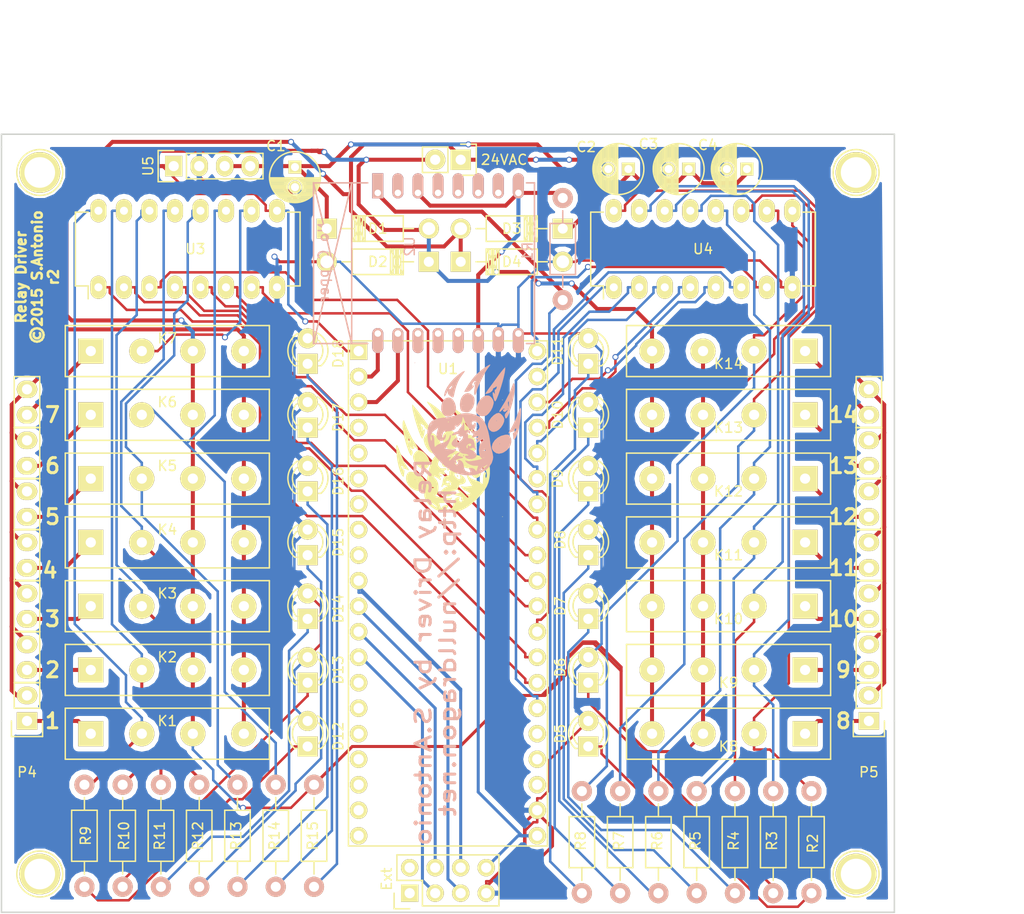
<source format=kicad_pcb>
(kicad_pcb (version 4) (host pcbnew "(2015-10-23 BZR 6276, Git a0f52db)-product")
  (layers (0 F.Cu signal) (31 B.Cu signal) (34 B.Paste user) (35 F.Paste user) (36 B.SilkS user) (37 F.SilkS user) (38 B.Mask user) (39 F.Mask user) (44 Edge.Cuts user))
  (net 0 "")
  (net 1 +36V)
  (net 2 /AC1)
  (net 3 GND)
  (net 4 /AC2)
  (net 5 "Net-(D5-Pad1)")
  (net 6 "Net-(D6-Pad1)")
  (net 7 "Net-(D7-Pad1)")
  (net 8 "Net-(D8-Pad1)")
  (net 9 "Net-(D9-Pad1)")
  (net 10 "Net-(D10-Pad1)")
  (net 11 "Net-(D11-Pad1)")
  (net 12 "Net-(D12-Pad1)")
  (net 13 "Net-(D13-Pad1)")
  (net 14 "Net-(D14-Pad1)")
  (net 15 "Net-(D15-Pad1)")
  (net 16 "Net-(D16-Pad1)")
  (net 17 "Net-(D17-Pad1)")
  (net 18 "Net-(D18-Pad1)")
  (net 19 "Net-(K1-Pad1)")
  (net 20 /RL8)
  (net 21 +5V)
  (net 22 "Net-(K2-Pad1)")
  (net 23 /RL9)
  (net 24 "Net-(K3-Pad1)")
  (net 25 /RL10)
  (net 26 "Net-(K4-Pad1)")
  (net 27 /RL11)
  (net 28 "Net-(K5-Pad1)")
  (net 29 /RL12)
  (net 30 "Net-(K6-Pad1)")
  (net 31 /RL13)
  (net 32 "Net-(K7-Pad1)")
  (net 33 "Net-(K7-Pad2)")
  (net 34 "Net-(K8-Pad1)")
  (net 35 /RL1)
  (net 36 "Net-(K9-Pad1)")
  (net 37 /RL2)
  (net 38 "Net-(K10-Pad1)")
  (net 39 /RL3)
  (net 40 "Net-(K11-Pad1)")
  (net 41 /RL4)
  (net 42 "Net-(K12-Pad1)")
  (net 43 /RL5)
  (net 44 "Net-(K13-Pad1)")
  (net 45 /RL6)
  (net 46 "Net-(K14-Pad1)")
  (net 47 /RL7)
  (net 48 /D52)
  (net 49 /D51)
  (net 50 /D11)
  (net 51 /D10)
  (net 52 /D9)
  (net 53 /D8)
  (net 54 +3.3V)
  (net 55 /D17)
  (net 56 /D31)
  (net 57 /RX3)
  (net 58 /D30)
  (net 59 /TX3)
  (net 60 /D29)
  (net 61 /D2)
  (net 62 /D28)
  (net 63 /D3)
  (net 64 /D27)
  (net 65 /D4)
  (net 66 /D26)
  (net 67 /D5)
  (net 68 /D25)
  (net 69 /D6)
  (net 70 /D24)
  (net 71 /D7)
  (net 72 /D23)
  (net 73 /D22)
  (net 74 /D21)
  (net 75 /D20)
  (net 76 /D19)
  (net 77 "Net-(U1-Pad27)")
  (net 78 /D18)
  (net 79 /D12)
  (net 80 /D13)
  (net 81 /D16)
  (net 82 /D14)
  (net 83 /D15)
  (net 84 "Net-(U1-Pad35)")
  (net 85 "Net-(U1-Pad36)")
  (net 86 "Net-(U1-Pad37)")
  (net 87 "Net-(U1-Pad39)")
  (net 88 "Net-(U2-Pad2)")
  (net 89 "Net-(U2-Pad4)")
  (net 90 "Net-(U2-Pad5)")
  (net 91 "Net-(U2-Pad6)")
  (net 92 "Net-(U2-Pad7)")
  (net 93 "Net-(U2-Pad12)")
  (net 94 "Net-(U2-Pad13)")
  (net 95 "Net-(U2-Pad14)")
  (module Connect:1pin (layer F.Cu) (at 148.59 78.74)
    (fp_text reference MNT1 hide)
    (fp_text value 1pin hide)
    (pad 1 thru_hole circle (at 0 0) (size 4.064 4.064) (drill 3.048) (layers *.Cu *.Mask F.SilkS))
  )
  (module Connect:1pin (layer F.Cu) (at 148.59 148.59)
    (fp_text reference MNT3 hide)
    (fp_text value 1pin hide)
    (pad 1 thru_hole circle (at 0 0) (size 4.064 4.064) (drill 3.048) (layers *.Cu *.Mask F.SilkS))
  )
  (module Connect:1pin (layer F.Cu) (at 229.87 148.59)
    (fp_text reference MNT4 hide)
    (fp_text value 1pin hide)
    (pad 1 thru_hole circle (at 0 0) (size 4.064 4.064) (drill 3.048) (layers *.Cu *.Mask F.SilkS))
  )
  (module Pin_Headers:Pin_Header_Straight_2x20 (layer F.Cu) (at 187.96 96.52)
    (fp_text reference U1 (at 1.27 1.778) (layer F.SilkS))
    (fp_text value "Maple Mini")
    (pad 1 thru_hole rect (at -7.62 0) (size 1.7272 1.7272) (drill 1.016) (layers *.Cu *.Mask F.SilkS) (net 21 +5V))
    (pad 2 thru_hole oval (at 10.16 0) (size 1.7272 1.7272) (drill 1.016) (layers *.Cu *.Mask F.SilkS) (net 56 /D31))
    (pad 3 thru_hole oval (at -7.62 2.54) (size 1.7272 1.7272) (drill 1.016) (layers *.Cu *.Mask F.SilkS) (net 57 /RX3))
    (pad 4 thru_hole oval (at 10.16 2.54) (size 1.7272 1.7272) (drill 1.016) (layers *.Cu *.Mask F.SilkS) (net 58 /D30))
    (pad 5 thru_hole oval (at -7.62 5.08) (size 1.7272 1.7272) (drill 1.016) (layers *.Cu *.Mask F.SilkS) (net 59 /TX3))
    (pad 6 thru_hole oval (at 10.16 5.08) (size 1.7272 1.7272) (drill 1.016) (layers *.Cu *.Mask F.SilkS) (net 60 /D29))
    (pad 7 thru_hole oval (at -7.62 7.62) (size 1.7272 1.7272) (drill 1.016) (layers *.Cu *.Mask F.SilkS) (net 61 /D2))
    (pad 8 thru_hole oval (at 10.16 7.62) (size 1.7272 1.7272) (drill 1.016) (layers *.Cu *.Mask F.SilkS) (net 62 /D28))
    (pad 9 thru_hole oval (at -7.62 10.16) (size 1.7272 1.7272) (drill 1.016) (layers *.Cu *.Mask F.SilkS) (net 63 /D3))
    (pad 10 thru_hole oval (at 10.16 10.16) (size 1.7272 1.7272) (drill 1.016) (layers *.Cu *.Mask F.SilkS) (net 64 /D27))
    (pad 11 thru_hole oval (at -7.62 12.7) (size 1.7272 1.7272) (drill 1.016) (layers *.Cu *.Mask F.SilkS) (net 65 /D4))
    (pad 12 thru_hole oval (at 10.16 12.7) (size 1.7272 1.7272) (drill 1.016) (layers *.Cu *.Mask F.SilkS) (net 66 /D26))
    (pad 13 thru_hole oval (at -7.62 15.24) (size 1.7272 1.7272) (drill 1.016) (layers *.Cu *.Mask F.SilkS) (net 67 /D5))
    (pad 14 thru_hole oval (at 10.16 15.24) (size 1.7272 1.7272) (drill 1.016) (layers *.Cu *.Mask F.SilkS) (net 68 /D25))
    (pad 15 thru_hole oval (at -7.62 17.78) (size 1.7272 1.7272) (drill 1.016) (layers *.Cu *.Mask F.SilkS) (net 69 /D6))
    (pad 16 thru_hole oval (at 10.16 17.78) (size 1.7272 1.7272) (drill 1.016) (layers *.Cu *.Mask F.SilkS) (net 70 /D24))
    (pad 17 thru_hole oval (at -7.62 20.32) (size 1.7272 1.7272) (drill 1.016) (layers *.Cu *.Mask F.SilkS) (net 71 /D7))
    (pad 18 thru_hole oval (at 10.16 20.32) (size 1.7272 1.7272) (drill 1.016) (layers *.Cu *.Mask F.SilkS) (net 72 /D23))
    (pad 19 thru_hole oval (at -7.62 22.86) (size 1.7272 1.7272) (drill 1.016) (layers *.Cu *.Mask F.SilkS) (net 53 /D8))
    (pad 20 thru_hole oval (at 10.16 22.86) (size 1.7272 1.7272) (drill 1.016) (layers *.Cu *.Mask F.SilkS) (net 73 /D22))
    (pad 21 thru_hole oval (at -7.62 25.4) (size 1.7272 1.7272) (drill 1.016) (layers *.Cu *.Mask F.SilkS) (net 52 /D9))
    (pad 22 thru_hole oval (at 10.16 25.4) (size 1.7272 1.7272) (drill 1.016) (layers *.Cu *.Mask F.SilkS) (net 74 /D21))
    (pad 23 thru_hole oval (at -7.62 27.94) (size 1.7272 1.7272) (drill 1.016) (layers *.Cu *.Mask F.SilkS) (net 51 /D10))
    (pad 24 thru_hole oval (at 10.16 27.94) (size 1.7272 1.7272) (drill 1.016) (layers *.Cu *.Mask F.SilkS) (net 75 /D20))
    (pad 25 thru_hole oval (at -7.62 30.48) (size 1.7272 1.7272) (drill 1.016) (layers *.Cu *.Mask F.SilkS) (net 50 /D11))
    (pad 26 thru_hole oval (at 10.16 30.48) (size 1.7272 1.7272) (drill 1.016) (layers *.Cu *.Mask F.SilkS) (net 76 /D19))
    (pad 27 thru_hole oval (at -7.62 33.02) (size 1.7272 1.7272) (drill 1.016) (layers *.Cu *.Mask F.SilkS) (net 77 "Net-(U1-Pad27)"))
    (pad 28 thru_hole oval (at 10.16 33.02) (size 1.7272 1.7272) (drill 1.016) (layers *.Cu *.Mask F.SilkS) (net 78 /D18))
    (pad 29 thru_hole oval (at -7.62 35.56) (size 1.7272 1.7272) (drill 1.016) (layers *.Cu *.Mask F.SilkS) (net 79 /D12))
    (pad 30 thru_hole oval (at 10.16 35.56) (size 1.7272 1.7272) (drill 1.016) (layers *.Cu *.Mask F.SilkS) (net 55 /D17))
    (pad 31 thru_hole oval (at -7.62 38.1) (size 1.7272 1.7272) (drill 1.016) (layers *.Cu *.Mask F.SilkS) (net 80 /D13))
    (pad 32 thru_hole oval (at 10.16 38.1) (size 1.7272 1.7272) (drill 1.016) (layers *.Cu *.Mask F.SilkS) (net 81 /D16))
    (pad 33 thru_hole oval (at -7.62 40.64) (size 1.7272 1.7272) (drill 1.016) (layers *.Cu *.Mask F.SilkS) (net 82 /D14))
    (pad 34 thru_hole oval (at 10.16 40.64) (size 1.7272 1.7272) (drill 1.016) (layers *.Cu *.Mask F.SilkS) (net 83 /D15))
    (pad 35 thru_hole oval (at -7.62 43.18) (size 1.7272 1.7272) (drill 1.016) (layers *.Cu *.Mask F.SilkS) (net 84 "Net-(U1-Pad35)"))
    (pad 36 thru_hole oval (at 10.16 43.18) (size 1.7272 1.7272) (drill 1.016) (layers *.Cu *.Mask F.SilkS) (net 85 "Net-(U1-Pad36)"))
    (pad 37 thru_hole oval (at -7.62 45.72) (size 1.7272 1.7272) (drill 1.016) (layers *.Cu *.Mask F.SilkS) (net 86 "Net-(U1-Pad37)"))
    (pad 38 thru_hole oval (at 10.16 45.72) (size 1.7272 1.7272) (drill 1.016) (layers *.Cu *.Mask F.SilkS) (net 3 GND))
    (pad 39 thru_hole oval (at -7.62 48.26) (size 1.7272 1.7272) (drill 1.016) (layers *.Cu *.Mask F.SilkS) (net 87 "Net-(U1-Pad39)"))
    (pad 40 thru_hole oval (at 10.16 48.26) (size 1.7272 1.7272) (drill 1.016) (layers *.Cu *.Mask F.SilkS) (net 54 +3.3V))
  )
  (module Diodes_ThroughHole:Diode_DO-41_SOD81_Horizontal_RM10 (layer F.Cu) (at 177.165 84.328)
    (fp_text reference D1 (at 5.08 0) (layer F.SilkS))
    (fp_text value DIODE)
    (pad 2 thru_hole circle (at 10.16 -0.00254 180) (size 1.99898 1.99898) (drill 1.27) (layers *.Cu *.Mask F.SilkS) (net 2 /AC1))
    (pad 1 thru_hole rect (at 0 -0.00254 180) (size 1.99898 1.99898) (drill 1.00076) (layers *.Cu *.Mask F.SilkS) (net 1 +36V))
  )
  (module Diodes_ThroughHole:Diode_DO-41_SOD81_Horizontal_RM10 (layer F.Cu) (at 187.325 87.63 180)
    (fp_text reference D2 (at 5.08 0 180) (layer F.SilkS))
    (fp_text value DIODE)
    (pad 2 thru_hole circle (at 10.16 -0.00254) (size 1.99898 1.99898) (drill 1.27) (layers *.Cu *.Mask F.SilkS) (net 3 GND))
    (pad 1 thru_hole rect (at 0 -0.00254) (size 1.99898 1.99898) (drill 1.00076) (layers *.Cu *.Mask F.SilkS) (net 2 /AC1))
  )
  (module Diodes_ThroughHole:Diode_DO-41_SOD81_Horizontal_RM10 (layer F.Cu) (at 200.66 84.328 180)
    (fp_text reference D3 (at 5.08 0 180) (layer F.SilkS))
    (fp_text value DIODE)
    (pad 2 thru_hole circle (at 10.16 -0.00254) (size 1.99898 1.99898) (drill 1.27) (layers *.Cu *.Mask F.SilkS) (net 4 /AC2))
    (pad 1 thru_hole rect (at 0 -0.00254) (size 1.99898 1.99898) (drill 1.00076) (layers *.Cu *.Mask F.SilkS) (net 1 +36V))
  )
  (module Diodes_ThroughHole:Diode_DO-41_SOD81_Horizontal_RM10 (layer F.Cu) (at 190.5 87.63)
    (fp_text reference D4 (at 5.08 0) (layer F.SilkS))
    (fp_text value DIODE)
    (pad 2 thru_hole circle (at 10.16 -0.00254 180) (size 1.99898 1.99898) (drill 1.27) (layers *.Cu *.Mask F.SilkS) (net 3 GND))
    (pad 1 thru_hole rect (at 0 -0.00254 180) (size 1.99898 1.99898) (drill 1.00076) (layers *.Cu *.Mask F.SilkS) (net 4 /AC2))
  )
  (module LEDs:LED-3MM (layer F.Cu) (at 203.2 135.89 90)
    (fp_text reference D5 (at 1.27 -2.794 90) (layer F.SilkS))
    (fp_text value LED)
    (pad 1 thru_hole rect (at 0 0 180) (size 2 2) (drill 1.00076) (layers *.Cu *.Mask F.SilkS) (net 5 "Net-(D5-Pad1)"))
    (pad 2 thru_hole circle (at 2.54 0 90) (size 2 2) (drill 1.00076) (layers *.Cu *.Mask F.SilkS) (net 3 GND))
  )
  (module LEDs:LED-3MM (layer F.Cu) (at 203.2 129.54 90)
    (fp_text reference D6 (at 1.524 -2.794 90) (layer F.SilkS))
    (fp_text value LED)
    (pad 1 thru_hole rect (at 0 0 180) (size 2 2) (drill 1.00076) (layers *.Cu *.Mask F.SilkS) (net 6 "Net-(D6-Pad1)"))
    (pad 2 thru_hole circle (at 2.54 0 90) (size 2 2) (drill 1.00076) (layers *.Cu *.Mask F.SilkS) (net 3 GND))
  )
  (module LEDs:LED-3MM (layer F.Cu) (at 203.2 123.19 90)
    (fp_text reference D7 (at 1.27 -2.794 90) (layer F.SilkS))
    (fp_text value LED)
    (pad 1 thru_hole rect (at 0 0 180) (size 2 2) (drill 1.00076) (layers *.Cu *.Mask F.SilkS) (net 7 "Net-(D7-Pad1)"))
    (pad 2 thru_hole circle (at 2.54 0 90) (size 2 2) (drill 1.00076) (layers *.Cu *.Mask F.SilkS) (net 3 GND))
  )
  (module LEDs:LED-3MM (layer F.Cu) (at 203.2 116.84 90)
    (fp_text reference D8 (at 1.524 -2.794 90) (layer F.SilkS))
    (fp_text value LED)
    (pad 1 thru_hole rect (at 0 0 180) (size 2 2) (drill 1.00076) (layers *.Cu *.Mask F.SilkS) (net 8 "Net-(D8-Pad1)"))
    (pad 2 thru_hole circle (at 2.54 0 90) (size 2 2) (drill 1.00076) (layers *.Cu *.Mask F.SilkS) (net 3 GND))
  )
  (module LEDs:LED-3MM (layer F.Cu) (at 203.2 110.49 90)
    (fp_text reference D9 (at 1.27 -3.048 90) (layer F.SilkS))
    (fp_text value LED)
    (pad 1 thru_hole rect (at 0 0 180) (size 2 2) (drill 1.00076) (layers *.Cu *.Mask F.SilkS) (net 9 "Net-(D9-Pad1)"))
    (pad 2 thru_hole circle (at 2.54 0 90) (size 2 2) (drill 1.00076) (layers *.Cu *.Mask F.SilkS) (net 3 GND))
  )
  (module LEDs:LED-3MM (layer F.Cu) (at 203.2 104.14 90)
    (fp_text reference D10 (at 1.27 -3.048 90) (layer F.SilkS))
    (fp_text value LED)
    (pad 1 thru_hole rect (at 0 0 180) (size 2 2) (drill 1.00076) (layers *.Cu *.Mask F.SilkS) (net 10 "Net-(D10-Pad1)"))
    (pad 2 thru_hole circle (at 2.54 0 90) (size 2 2) (drill 1.00076) (layers *.Cu *.Mask F.SilkS) (net 3 GND))
  )
  (module LEDs:LED-3MM (layer F.Cu) (at 203.2 97.79 90)
    (fp_text reference D11 (at 1.27 -3.048 90) (layer F.SilkS))
    (fp_text value LED)
    (pad 1 thru_hole rect (at 0 0 180) (size 2 2) (drill 1.00076) (layers *.Cu *.Mask F.SilkS) (net 11 "Net-(D11-Pad1)"))
    (pad 2 thru_hole circle (at 2.54 0 90) (size 2 2) (drill 1.00076) (layers *.Cu *.Mask F.SilkS) (net 3 GND))
  )
  (module LEDs:LED-3MM (layer F.Cu) (at 175.26 135.89 90)
    (fp_text reference D12 (at 1.016 3.048 90) (layer F.SilkS))
    (fp_text value LED)
    (pad 1 thru_hole rect (at 0 0 180) (size 2 2) (drill 1.00076) (layers *.Cu *.Mask F.SilkS) (net 12 "Net-(D12-Pad1)"))
    (pad 2 thru_hole circle (at 2.54 0 90) (size 2 2) (drill 1.00076) (layers *.Cu *.Mask F.SilkS) (net 3 GND))
  )
  (module LEDs:LED-3MM (layer F.Cu) (at 175.26 129.54 90)
    (fp_text reference D13 (at 1.27 3.048 90) (layer F.SilkS))
    (fp_text value LED)
    (pad 1 thru_hole rect (at 0 0 180) (size 2 2) (drill 1.00076) (layers *.Cu *.Mask F.SilkS) (net 13 "Net-(D13-Pad1)"))
    (pad 2 thru_hole circle (at 2.54 0 90) (size 2 2) (drill 1.00076) (layers *.Cu *.Mask F.SilkS) (net 3 GND))
  )
  (module LEDs:LED-3MM (layer F.Cu) (at 175.26 123.19 90)
    (fp_text reference D14 (at 1.016 3.048 90) (layer F.SilkS))
    (fp_text value LED)
    (pad 1 thru_hole rect (at 0 0 180) (size 2 2) (drill 1.00076) (layers *.Cu *.Mask F.SilkS) (net 14 "Net-(D14-Pad1)"))
    (pad 2 thru_hole circle (at 2.54 0 90) (size 2 2) (drill 1.00076) (layers *.Cu *.Mask F.SilkS) (net 3 GND))
  )
  (module LEDs:LED-3MM (layer F.Cu) (at 175.26 116.84 90)
    (fp_text reference D15 (at 1.27 3.048 90) (layer F.SilkS))
    (fp_text value LED)
    (pad 1 thru_hole rect (at 0 0 180) (size 2 2) (drill 1.00076) (layers *.Cu *.Mask F.SilkS) (net 15 "Net-(D15-Pad1)"))
    (pad 2 thru_hole circle (at 2.54 0 90) (size 2 2) (drill 1.00076) (layers *.Cu *.Mask F.SilkS) (net 3 GND))
  )
  (module LEDs:LED-3MM (layer F.Cu) (at 175.26 110.49 90)
    (fp_text reference D16 (at 1.016 3.048 90) (layer F.SilkS))
    (fp_text value LED)
    (pad 1 thru_hole rect (at 0 0 180) (size 2 2) (drill 1.00076) (layers *.Cu *.Mask F.SilkS) (net 16 "Net-(D16-Pad1)"))
    (pad 2 thru_hole circle (at 2.54 0 90) (size 2 2) (drill 1.00076) (layers *.Cu *.Mask F.SilkS) (net 3 GND))
  )
  (module LEDs:LED-3MM (layer F.Cu) (at 175.26 104.14 90)
    (fp_text reference D17 (at 1.016 3.048 90) (layer F.SilkS))
    (fp_text value LED)
    (pad 1 thru_hole rect (at 0 0 180) (size 2 2) (drill 1.00076) (layers *.Cu *.Mask F.SilkS) (net 17 "Net-(D17-Pad1)"))
    (pad 2 thru_hole circle (at 2.54 0 90) (size 2 2) (drill 1.00076) (layers *.Cu *.Mask F.SilkS) (net 3 GND))
  )
  (module LEDs:LED-3MM (layer F.Cu) (at 175.26 97.79 90)
    (fp_text reference D18 (at 1.016 3.048 90) (layer F.SilkS))
    (fp_text value LED)
    (pad 1 thru_hole rect (at 0 0 180) (size 2 2) (drill 1.00076) (layers *.Cu *.Mask F.SilkS) (net 18 "Net-(D18-Pad1)"))
    (pad 2 thru_hole circle (at 2.54 0 90) (size 2 2) (drill 1.00076) (layers *.Cu *.Mask F.SilkS) (net 3 GND))
  )
  (module Pin_Headers:Pin_Header_Straight_1x02 (layer F.Cu) (at 190.5 77.47 270)
    (fp_text reference P1 hide)
    (fp_text value 24VAC (at 0 -4.318 360) (layer F.SilkS))
    (pad 1 thru_hole rect (at 0 0 270) (size 2.032 2.032) (drill 1.016) (layers *.Cu *.Mask F.SilkS) (net 4 /AC2))
    (pad 2 thru_hole oval (at 0 2.54 270) (size 2.032 2.032) (drill 1.016) (layers *.Cu *.Mask F.SilkS) (net 2 /AC1))
  )
  (module Pin_Headers:Pin_Header_Straight_2x04 (layer F.Cu) (at 185.42 150.495 90)
    (fp_text reference P2 hide)
    (fp_text value Ext (at 1.397 -2.286 270) (layer F.SilkS))
    (pad 1 thru_hole rect (at 0 0 90) (size 1.7272 1.7272) (drill 1.016) (layers *.Cu *.Mask F.SilkS) (net 48 /D52))
    (pad 2 thru_hole oval (at 2.54 0 90) (size 1.7272 1.7272) (drill 1.016) (layers *.Cu *.Mask F.SilkS) (net 49 /D51))
    (pad 3 thru_hole oval (at 0 2.54 90) (size 1.7272 1.7272) (drill 1.016) (layers *.Cu *.Mask F.SilkS) (net 50 /D11))
    (pad 4 thru_hole oval (at 2.54 2.54 90) (size 1.7272 1.7272) (drill 1.016) (layers *.Cu *.Mask F.SilkS) (net 51 /D10))
    (pad 5 thru_hole oval (at 0 5.08 90) (size 1.7272 1.7272) (drill 1.016) (layers *.Cu *.Mask F.SilkS) (net 52 /D9))
    (pad 6 thru_hole oval (at 2.54 5.08 90) (size 1.7272 1.7272) (drill 1.016) (layers *.Cu *.Mask F.SilkS) (net 53 /D8))
    (pad 7 thru_hole oval (at 0 7.62 90) (size 1.7272 1.7272) (drill 1.016) (layers *.Cu *.Mask F.SilkS) (net 3 GND))
    (pad 8 thru_hole oval (at 2.54 7.62 90) (size 1.7272 1.7272) (drill 1.016) (layers *.Cu *.Mask F.SilkS) (net 54 +3.3V))
  )
  (module Pin_Headers:Pin_Header_Straight_1x04 (layer F.Cu) (at 161.925 78.105 90)
    (fp_text reference U5 (at 0 -2.54 90) (layer F.SilkS))
    (fp_text value D24V3F5)
    (pad 1 thru_hole rect (at 0 0 90) (size 2.032 1.7272) (drill 1.016) (layers *.Cu *.Mask F.SilkS) (net 21 +5V))
    (pad 2 thru_hole oval (at 0 2.54 90) (size 2.032 1.7272) (drill 1.016) (layers *.Cu *.Mask F.SilkS) (net 3 GND))
    (pad 3 thru_hole oval (at 0 5.08 90) (size 2.032 1.7272) (drill 1.016) (layers *.Cu *.Mask F.SilkS) (net 1 +36V))
    (pad 4 thru_hole oval (at 0 7.62 90) (size 2.032 1.7272) (drill 1.016) (layers *.Cu *.Mask F.SilkS) (net 1 +36V))
  )
  (module Pin_Headers:Pin_Header_Straight_1x14 (layer F.Cu) (at 147.32 133.35 180)
    (fp_text reference P4 (at 0 -5.1 180) (layer F.SilkS))
    (fp_text value Bank2)
    (pad 1 thru_hole rect (at 0 0 180) (size 2.032 1.7272) (drill 1.016) (layers *.Cu *.Mask F.SilkS) (net 19 "Net-(K1-Pad1)"))
    (pad 2 thru_hole oval (at 0 2.54 180) (size 2.032 1.7272) (drill 1.016) (layers *.Cu *.Mask F.SilkS) (net 4 /AC2))
    (pad 3 thru_hole oval (at 0 5.08 180) (size 2.032 1.7272) (drill 1.016) (layers *.Cu *.Mask F.SilkS) (net 22 "Net-(K2-Pad1)"))
    (pad 4 thru_hole oval (at 0 7.62 180) (size 2.032 1.7272) (drill 1.016) (layers *.Cu *.Mask F.SilkS) (net 4 /AC2))
    (pad 5 thru_hole oval (at 0 10.16 180) (size 2.032 1.7272) (drill 1.016) (layers *.Cu *.Mask F.SilkS) (net 24 "Net-(K3-Pad1)"))
    (pad 6 thru_hole oval (at 0 12.7 180) (size 2.032 1.7272) (drill 1.016) (layers *.Cu *.Mask F.SilkS) (net 4 /AC2))
    (pad 7 thru_hole oval (at 0 15.24 180) (size 2.032 1.7272) (drill 1.016) (layers *.Cu *.Mask F.SilkS) (net 26 "Net-(K4-Pad1)"))
    (pad 8 thru_hole oval (at 0 17.78 180) (size 2.032 1.7272) (drill 1.016) (layers *.Cu *.Mask F.SilkS) (net 4 /AC2))
    (pad 9 thru_hole oval (at 0 20.32 180) (size 2.032 1.7272) (drill 1.016) (layers *.Cu *.Mask F.SilkS) (net 28 "Net-(K5-Pad1)"))
    (pad 10 thru_hole oval (at 0 22.86 180) (size 2.032 1.7272) (drill 1.016) (layers *.Cu *.Mask F.SilkS) (net 4 /AC2))
    (pad 11 thru_hole oval (at 0 25.4 180) (size 2.032 1.7272) (drill 1.016) (layers *.Cu *.Mask F.SilkS) (net 30 "Net-(K6-Pad1)"))
    (pad 12 thru_hole oval (at 0 27.94 180) (size 2.032 1.7272) (drill 1.016) (layers *.Cu *.Mask F.SilkS) (net 4 /AC2))
    (pad 13 thru_hole oval (at 0 30.48 180) (size 2.032 1.7272) (drill 1.016) (layers *.Cu *.Mask F.SilkS) (net 32 "Net-(K7-Pad1)"))
    (pad 14 thru_hole oval (at 0 33.02 180) (size 2.032 1.7272) (drill 1.016) (layers *.Cu *.Mask F.SilkS) (net 4 /AC2))
  )
  (module Pin_Headers:Pin_Header_Straight_1x14 (layer F.Cu) (at 231.14 133.35 180)
    (fp_text reference P5 (at 0 -5.1 180) (layer F.SilkS))
    (fp_text value Bank1)
    (pad 1 thru_hole rect (at 0 0 180) (size 2.032 1.7272) (drill 1.016) (layers *.Cu *.Mask F.SilkS) (net 34 "Net-(K8-Pad1)"))
    (pad 2 thru_hole oval (at 0 2.54 180) (size 2.032 1.7272) (drill 1.016) (layers *.Cu *.Mask F.SilkS) (net 4 /AC2))
    (pad 3 thru_hole oval (at 0 5.08 180) (size 2.032 1.7272) (drill 1.016) (layers *.Cu *.Mask F.SilkS) (net 36 "Net-(K9-Pad1)"))
    (pad 4 thru_hole oval (at 0 7.62 180) (size 2.032 1.7272) (drill 1.016) (layers *.Cu *.Mask F.SilkS) (net 4 /AC2))
    (pad 5 thru_hole oval (at 0 10.16 180) (size 2.032 1.7272) (drill 1.016) (layers *.Cu *.Mask F.SilkS) (net 38 "Net-(K10-Pad1)"))
    (pad 6 thru_hole oval (at 0 12.7 180) (size 2.032 1.7272) (drill 1.016) (layers *.Cu *.Mask F.SilkS) (net 4 /AC2))
    (pad 7 thru_hole oval (at 0 15.24 180) (size 2.032 1.7272) (drill 1.016) (layers *.Cu *.Mask F.SilkS) (net 40 "Net-(K11-Pad1)"))
    (pad 8 thru_hole oval (at 0 17.78 180) (size 2.032 1.7272) (drill 1.016) (layers *.Cu *.Mask F.SilkS) (net 4 /AC2))
    (pad 9 thru_hole oval (at 0 20.32 180) (size 2.032 1.7272) (drill 1.016) (layers *.Cu *.Mask F.SilkS) (net 42 "Net-(K12-Pad1)"))
    (pad 10 thru_hole oval (at 0 22.86 180) (size 2.032 1.7272) (drill 1.016) (layers *.Cu *.Mask F.SilkS) (net 4 /AC2))
    (pad 11 thru_hole oval (at 0 25.4 180) (size 2.032 1.7272) (drill 1.016) (layers *.Cu *.Mask F.SilkS) (net 44 "Net-(K13-Pad1)"))
    (pad 12 thru_hole oval (at 0 27.94 180) (size 2.032 1.7272) (drill 1.016) (layers *.Cu *.Mask F.SilkS) (net 4 /AC2))
    (pad 13 thru_hole oval (at 0 30.48 180) (size 2.032 1.7272) (drill 1.016) (layers *.Cu *.Mask F.SilkS) (net 46 "Net-(K14-Pad1)"))
    (pad 14 thru_hole oval (at 0 33.02 180) (size 2.032 1.7272) (drill 1.016) (layers *.Cu *.Mask F.SilkS) (net 4 /AC2))
  )
  (module Resistors_ThroughHole:Resistor_Horizontal_RM10mm (layer B.Cu) (at 200.66 86.36 270)
    (fp_text reference R1 (at 0.24892 3.50012 270) (layer B.SilkS) (effects (justify mirror)))
    (fp_text value 10k)
    (pad 1 thru_hole circle (at -5.08 0 270) (size 1.99898 1.99898) (drill 1.00076) (layers *.Cu *.SilkS *.Mask) (net 54 +3.3V))
    (pad 2 thru_hole circle (at 5.08 0 270) (size 1.99898 1.99898) (drill 1.00076) (layers *.Cu *.SilkS *.Mask) (net 55 /D17))
  )
  (module Resistors_ThroughHole:Resistor_Horizontal_RM10mm (layer F.Cu) (at 225.425 145.415 270)
    (fp_text reference R2 (at 0.127 -0.127 270) (layer F.SilkS))
    (fp_text value R)
    (pad 1 thru_hole circle (at -5.08 0 270) (size 1.99898 1.99898) (drill 1.00076) (layers *.Cu *.SilkS *.Mask) (net 35 /RL1))
    (pad 2 thru_hole circle (at 5.08 0 270) (size 1.99898 1.99898) (drill 1.00076) (layers *.Cu *.SilkS *.Mask) (net 5 "Net-(D5-Pad1)"))
  )
  (module Resistors_ThroughHole:Resistor_Horizontal_RM10mm (layer F.Cu) (at 221.615 145.415 270)
    (fp_text reference R3 (at -0.127 0.127 270) (layer F.SilkS))
    (fp_text value R)
    (pad 1 thru_hole circle (at -5.08 0 270) (size 1.99898 1.99898) (drill 1.00076) (layers *.Cu *.SilkS *.Mask) (net 37 /RL2))
    (pad 2 thru_hole circle (at 5.08 0 270) (size 1.99898 1.99898) (drill 1.00076) (layers *.Cu *.SilkS *.Mask) (net 6 "Net-(D6-Pad1)"))
  )
  (module Resistors_ThroughHole:Resistor_Horizontal_RM10mm (layer F.Cu) (at 217.805 145.415 270)
    (fp_text reference R4 (at -0.127 0.127 270) (layer F.SilkS))
    (fp_text value R)
    (pad 1 thru_hole circle (at -5.08 0 270) (size 1.99898 1.99898) (drill 1.00076) (layers *.Cu *.SilkS *.Mask) (net 39 /RL3))
    (pad 2 thru_hole circle (at 5.08 0 270) (size 1.99898 1.99898) (drill 1.00076) (layers *.Cu *.SilkS *.Mask) (net 7 "Net-(D7-Pad1)"))
  )
  (module Resistors_ThroughHole:Resistor_Horizontal_RM10mm (layer F.Cu) (at 213.995 145.415 270)
    (fp_text reference R5 (at -0.127 0.127 270) (layer F.SilkS))
    (fp_text value R)
    (pad 1 thru_hole circle (at -5.08 0 270) (size 1.99898 1.99898) (drill 1.00076) (layers *.Cu *.SilkS *.Mask) (net 41 /RL4))
    (pad 2 thru_hole circle (at 5.08 0 270) (size 1.99898 1.99898) (drill 1.00076) (layers *.Cu *.SilkS *.Mask) (net 8 "Net-(D8-Pad1)"))
  )
  (module Resistors_ThroughHole:Resistor_Horizontal_RM10mm (layer F.Cu) (at 210.185 145.415 270)
    (fp_text reference R6 (at -0.127 0.127 270) (layer F.SilkS))
    (fp_text value R)
    (pad 1 thru_hole circle (at -5.08 0 270) (size 1.99898 1.99898) (drill 1.00076) (layers *.Cu *.SilkS *.Mask) (net 43 /RL5))
    (pad 2 thru_hole circle (at 5.08 0 270) (size 1.99898 1.99898) (drill 1.00076) (layers *.Cu *.SilkS *.Mask) (net 9 "Net-(D9-Pad1)"))
  )
  (module Resistors_ThroughHole:Resistor_Horizontal_RM10mm (layer F.Cu) (at 206.375 145.415 270)
    (fp_text reference R7 (at -0.127 0.127 270) (layer F.SilkS))
    (fp_text value R)
    (pad 1 thru_hole circle (at -5.08 0 270) (size 1.99898 1.99898) (drill 1.00076) (layers *.Cu *.SilkS *.Mask) (net 45 /RL6))
    (pad 2 thru_hole circle (at 5.08 0 270) (size 1.99898 1.99898) (drill 1.00076) (layers *.Cu *.SilkS *.Mask) (net 10 "Net-(D10-Pad1)"))
  )
  (module Resistors_ThroughHole:Resistor_Horizontal_RM10mm (layer F.Cu) (at 202.565 145.415 270)
    (fp_text reference R8 (at -0.127 0.127 270) (layer F.SilkS))
    (fp_text value R)
    (pad 1 thru_hole circle (at -5.08 0 270) (size 1.99898 1.99898) (drill 1.00076) (layers *.Cu *.SilkS *.Mask) (net 47 /RL7))
    (pad 2 thru_hole circle (at 5.08 0 270) (size 1.99898 1.99898) (drill 1.00076) (layers *.Cu *.SilkS *.Mask) (net 11 "Net-(D11-Pad1)"))
  )
  (module Resistors_ThroughHole:Resistor_Horizontal_RM10mm (layer F.Cu) (at 153.035 144.78 270)
    (fp_text reference R9 (at 0 -0.127 270) (layer F.SilkS))
    (fp_text value R)
    (pad 1 thru_hole circle (at -5.08 0 270) (size 1.99898 1.99898) (drill 1.00076) (layers *.Cu *.SilkS *.Mask) (net 20 /RL8))
    (pad 2 thru_hole circle (at 5.08 0 270) (size 1.99898 1.99898) (drill 1.00076) (layers *.Cu *.SilkS *.Mask) (net 12 "Net-(D12-Pad1)"))
  )
  (module Resistors_ThroughHole:Resistor_Horizontal_RM10mm (layer F.Cu) (at 156.845 144.78 270)
    (fp_text reference R10 (at 0 -0.127 270) (layer F.SilkS))
    (fp_text value R)
    (pad 1 thru_hole circle (at -5.08 0 270) (size 1.99898 1.99898) (drill 1.00076) (layers *.Cu *.SilkS *.Mask) (net 23 /RL9))
    (pad 2 thru_hole circle (at 5.08 0 270) (size 1.99898 1.99898) (drill 1.00076) (layers *.Cu *.SilkS *.Mask) (net 13 "Net-(D13-Pad1)"))
  )
  (module Resistors_ThroughHole:Resistor_Horizontal_RM10mm (layer F.Cu) (at 160.655 144.78 270)
    (fp_text reference R11 (at 0 0.127 270) (layer F.SilkS))
    (fp_text value R)
    (pad 1 thru_hole circle (at -5.08 0 270) (size 1.99898 1.99898) (drill 1.00076) (layers *.Cu *.SilkS *.Mask) (net 25 /RL10))
    (pad 2 thru_hole circle (at 5.08 0 270) (size 1.99898 1.99898) (drill 1.00076) (layers *.Cu *.SilkS *.Mask) (net 14 "Net-(D14-Pad1)"))
  )
  (module Resistors_ThroughHole:Resistor_Horizontal_RM10mm (layer F.Cu) (at 164.465 144.78 270)
    (fp_text reference R12 (at 0 0.127 270) (layer F.SilkS))
    (fp_text value R)
    (pad 1 thru_hole circle (at -5.08 0 270) (size 1.99898 1.99898) (drill 1.00076) (layers *.Cu *.SilkS *.Mask) (net 27 /RL11))
    (pad 2 thru_hole circle (at 5.08 0 270) (size 1.99898 1.99898) (drill 1.00076) (layers *.Cu *.SilkS *.Mask) (net 15 "Net-(D15-Pad1)"))
  )
  (module Resistors_ThroughHole:Resistor_Horizontal_RM10mm (layer F.Cu) (at 168.275 144.78 270)
    (fp_text reference R13 (at 0 0.127 270) (layer F.SilkS))
    (fp_text value R)
    (pad 1 thru_hole circle (at -5.08 0 270) (size 1.99898 1.99898) (drill 1.00076) (layers *.Cu *.SilkS *.Mask) (net 29 /RL12))
    (pad 2 thru_hole circle (at 5.08 0 270) (size 1.99898 1.99898) (drill 1.00076) (layers *.Cu *.SilkS *.Mask) (net 16 "Net-(D16-Pad1)"))
  )
  (module Resistors_ThroughHole:Resistor_Horizontal_RM10mm (layer F.Cu) (at 172.085 144.78 270)
    (fp_text reference R14 (at 0 0.127 270) (layer F.SilkS))
    (fp_text value R)
    (pad 1 thru_hole circle (at -5.08 0 270) (size 1.99898 1.99898) (drill 1.00076) (layers *.Cu *.SilkS *.Mask) (net 31 /RL13))
    (pad 2 thru_hole circle (at 5.08 0 270) (size 1.99898 1.99898) (drill 1.00076) (layers *.Cu *.SilkS *.Mask) (net 17 "Net-(D17-Pad1)"))
  )
  (module Resistors_ThroughHole:Resistor_Horizontal_RM10mm (layer F.Cu) (at 175.895 144.78 270)
    (fp_text reference R15 (at 0 0.127 270) (layer F.SilkS))
    (fp_text value R)
    (pad 1 thru_hole circle (at -5.08 0 270) (size 1.99898 1.99898) (drill 1.00076) (layers *.Cu *.SilkS *.Mask) (net 21 +5V))
    (pad 2 thru_hole circle (at 5.08 0 270) (size 1.99898 1.99898) (drill 1.00076) (layers *.Cu *.SilkS *.Mask) (net 18 "Net-(D18-Pad1)"))
  )
  (module Housings_DIP:DIP-16_W7.62mm_LongPads (layer F.Cu) (at 154.432 90.17 90)
    (fp_text reference U3 (at 3.81 9.652 360) (layer F.SilkS))
    (fp_text value ULN2003AN)
    (pad 1 thru_hole oval (at 0 0 90) (size 2.3 1.6) (drill 0.8) (layers *.Cu *.Mask F.SilkS) (net 78 /D18))
    (pad 2 thru_hole oval (at 0 2.54 90) (size 2.3 1.6) (drill 0.8) (layers *.Cu *.Mask F.SilkS) (net 76 /D19))
    (pad 3 thru_hole oval (at 0 5.08 90) (size 2.3 1.6) (drill 0.8) (layers *.Cu *.Mask F.SilkS) (net 75 /D20))
    (pad 4 thru_hole oval (at 0 7.62 90) (size 2.3 1.6) (drill 0.8) (layers *.Cu *.Mask F.SilkS) (net 74 /D21))
    (pad 5 thru_hole oval (at 0 10.16 90) (size 2.3 1.6) (drill 0.8) (layers *.Cu *.Mask F.SilkS) (net 73 /D22))
    (pad 6 thru_hole oval (at 0 12.7 90) (size 2.3 1.6) (drill 0.8) (layers *.Cu *.Mask F.SilkS) (net 72 /D23))
    (pad 7 thru_hole oval (at 0 15.24 90) (size 2.3 1.6) (drill 0.8) (layers *.Cu *.Mask F.SilkS) (net 70 /D24))
    (pad 8 thru_hole oval (at 0 17.78 90) (size 2.3 1.6) (drill 0.8) (layers *.Cu *.Mask F.SilkS) (net 3 GND))
    (pad 9 thru_hole oval (at 7.62 17.78 90) (size 2.3 1.6) (drill 0.8) (layers *.Cu *.Mask F.SilkS) (net 21 +5V))
    (pad 10 thru_hole oval (at 7.62 15.24 90) (size 2.3 1.6) (drill 0.8) (layers *.Cu *.Mask F.SilkS) (net 33 "Net-(K7-Pad2)"))
    (pad 11 thru_hole oval (at 7.62 12.7 90) (size 2.3 1.6) (drill 0.8) (layers *.Cu *.Mask F.SilkS) (net 31 /RL13))
    (pad 12 thru_hole oval (at 7.62 10.16 90) (size 2.3 1.6) (drill 0.8) (layers *.Cu *.Mask F.SilkS) (net 29 /RL12))
    (pad 13 thru_hole oval (at 7.62 7.62 90) (size 2.3 1.6) (drill 0.8) (layers *.Cu *.Mask F.SilkS) (net 27 /RL11))
    (pad 14 thru_hole oval (at 7.62 5.08 90) (size 2.3 1.6) (drill 0.8) (layers *.Cu *.Mask F.SilkS) (net 25 /RL10))
    (pad 15 thru_hole oval (at 7.62 2.54 90) (size 2.3 1.6) (drill 0.8) (layers *.Cu *.Mask F.SilkS) (net 23 /RL9))
    (pad 16 thru_hole oval (at 7.62 0 90) (size 2.3 1.6) (drill 0.8) (layers *.Cu *.Mask F.SilkS) (net 20 /RL8))
  )
  (module Housings_DIP:DIP-16_W7.62mm_LongPads (layer F.Cu) (at 205.74 90.17 90)
    (fp_text reference U4 (at 3.81 8.89 180) (layer F.SilkS))
    (fp_text value ULN2003AN)
    (pad 1 thru_hole oval (at 0 0 90) (size 2.3 1.6) (drill 0.8) (layers *.Cu *.Mask F.SilkS) (net 68 /D25))
    (pad 2 thru_hole oval (at 0 2.54 90) (size 2.3 1.6) (drill 0.8) (layers *.Cu *.Mask F.SilkS) (net 66 /D26))
    (pad 3 thru_hole oval (at 0 5.08 90) (size 2.3 1.6) (drill 0.8) (layers *.Cu *.Mask F.SilkS) (net 64 /D27))
    (pad 4 thru_hole oval (at 0 7.62 90) (size 2.3 1.6) (drill 0.8) (layers *.Cu *.Mask F.SilkS) (net 62 /D28))
    (pad 5 thru_hole oval (at 0 10.16 90) (size 2.3 1.6) (drill 0.8) (layers *.Cu *.Mask F.SilkS) (net 60 /D29))
    (pad 6 thru_hole oval (at 0 12.7 90) (size 2.3 1.6) (drill 0.8) (layers *.Cu *.Mask F.SilkS) (net 58 /D30))
    (pad 7 thru_hole oval (at 0 15.24 90) (size 2.3 1.6) (drill 0.8) (layers *.Cu *.Mask F.SilkS) (net 56 /D31))
    (pad 8 thru_hole oval (at 0 17.78 90) (size 2.3 1.6) (drill 0.8) (layers *.Cu *.Mask F.SilkS) (net 3 GND))
    (pad 9 thru_hole oval (at 7.62 17.78 90) (size 2.3 1.6) (drill 0.8) (layers *.Cu *.Mask F.SilkS) (net 21 +5V))
    (pad 10 thru_hole oval (at 7.62 15.24 90) (size 2.3 1.6) (drill 0.8) (layers *.Cu *.Mask F.SilkS) (net 47 /RL7))
    (pad 11 thru_hole oval (at 7.62 12.7 90) (size 2.3 1.6) (drill 0.8) (layers *.Cu *.Mask F.SilkS) (net 45 /RL6))
    (pad 12 thru_hole oval (at 7.62 10.16 90) (size 2.3 1.6) (drill 0.8) (layers *.Cu *.Mask F.SilkS) (net 43 /RL5))
    (pad 13 thru_hole oval (at 7.62 7.62 90) (size 2.3 1.6) (drill 0.8) (layers *.Cu *.Mask F.SilkS) (net 41 /RL4))
    (pad 14 thru_hole oval (at 7.62 5.08 90) (size 2.3 1.6) (drill 0.8) (layers *.Cu *.Mask F.SilkS) (net 39 /RL3))
    (pad 15 thru_hole oval (at 7.62 2.54 90) (size 2.3 1.6) (drill 0.8) (layers *.Cu *.Mask F.SilkS) (net 37 /RL2))
    (pad 16 thru_hole oval (at 7.62 0 90) (size 2.3 1.6) (drill 0.8) (layers *.Cu *.Mask F.SilkS) (net 35 /RL1))
  )
  (module Lib:SIP-1A05 (layer F.Cu) (at 224.79 109.22 270)
    (fp_text reference K12 (at 1.27 7.62 360) (layer F.SilkS))
    (fp_text value SIP-1A05)
    (pad 1 thru_hole rect (at 0 0 270) (size 2.5 2.5) (drill 1.016) (layers *.Cu *.Mask F.SilkS) (net 42 "Net-(K12-Pad1)"))
    (pad 2 thru_hole oval (at 0 5.08 270) (size 2.5 2.5) (drill 1.016) (layers *.Cu *.Mask F.SilkS) (net 43 /RL5))
    (pad 3 thru_hole oval (at 0 10.16 270) (size 2.5 2.5) (drill 1.016) (layers *.Cu *.Mask F.SilkS) (net 21 +5V))
    (pad 4 thru_hole oval (at 0 15.24 270) (size 2.5 2.5) (drill 1.016) (layers *.Cu *.Mask F.SilkS) (net 2 /AC1))
  )
  (module Lib:SIP-1A05 (layer F.Cu) (at 153.67 102.87 90)
    (fp_text reference K6 (at 1.27 7.62 180) (layer F.SilkS))
    (fp_text value SIP-1A05)
    (pad 1 thru_hole rect (at 0 0 90) (size 2.5 2.5) (drill 1.016) (layers *.Cu *.Mask F.SilkS) (net 30 "Net-(K6-Pad1)"))
    (pad 2 thru_hole oval (at 0 5.08 90) (size 2.5 2.5) (drill 1.016) (layers *.Cu *.Mask F.SilkS) (net 31 /RL13))
    (pad 3 thru_hole oval (at 0 10.16 90) (size 2.5 2.5) (drill 1.016) (layers *.Cu *.Mask F.SilkS) (net 21 +5V))
    (pad 4 thru_hole oval (at 0 15.24 90) (size 2.5 2.5) (drill 1.016) (layers *.Cu *.Mask F.SilkS) (net 2 /AC1))
  )
  (module Lib:SIP-1A05 (layer F.Cu) (at 153.67 96.52 90)
    (fp_text reference K7 (at 1.27 7.62 180) (layer F.SilkS))
    (fp_text value SIP-1A05)
    (pad 1 thru_hole rect (at 0 0 90) (size 2.5 2.5) (drill 1.016) (layers *.Cu *.Mask F.SilkS) (net 32 "Net-(K7-Pad1)"))
    (pad 2 thru_hole oval (at 0 5.08 90) (size 2.5 2.5) (drill 1.016) (layers *.Cu *.Mask F.SilkS) (net 33 "Net-(K7-Pad2)"))
    (pad 3 thru_hole oval (at 0 10.16 90) (size 2.5 2.5) (drill 1.016) (layers *.Cu *.Mask F.SilkS) (net 21 +5V))
    (pad 4 thru_hole oval (at 0 15.24 90) (size 2.5 2.5) (drill 1.016) (layers *.Cu *.Mask F.SilkS) (net 2 /AC1))
  )
  (module Lib:SIP-1A05 (layer F.Cu) (at 224.79 134.62 270)
    (fp_text reference K8 (at 1.27 7.62 360) (layer F.SilkS))
    (fp_text value SIP-1A05)
    (pad 1 thru_hole rect (at 0 0 270) (size 2.5 2.5) (drill 1.016) (layers *.Cu *.Mask F.SilkS) (net 34 "Net-(K8-Pad1)"))
    (pad 2 thru_hole oval (at 0 5.08 270) (size 2.5 2.5) (drill 1.016) (layers *.Cu *.Mask F.SilkS) (net 35 /RL1))
    (pad 3 thru_hole oval (at 0 10.16 270) (size 2.5 2.5) (drill 1.016) (layers *.Cu *.Mask F.SilkS) (net 21 +5V))
    (pad 4 thru_hole oval (at 0 15.24 270) (size 2.5 2.5) (drill 1.016) (layers *.Cu *.Mask F.SilkS) (net 2 /AC1))
  )
  (module Lib:SIP-1A05 (layer F.Cu) (at 224.79 102.87 270)
    (fp_text reference K13 (at 1.27 7.62 360) (layer F.SilkS))
    (fp_text value SIP-1A05)
    (pad 1 thru_hole rect (at 0 0 270) (size 2.5 2.5) (drill 1.016) (layers *.Cu *.Mask F.SilkS) (net 44 "Net-(K13-Pad1)"))
    (pad 2 thru_hole oval (at 0 5.08 270) (size 2.5 2.5) (drill 1.016) (layers *.Cu *.Mask F.SilkS) (net 45 /RL6))
    (pad 3 thru_hole oval (at 0 10.16 270) (size 2.5 2.5) (drill 1.016) (layers *.Cu *.Mask F.SilkS) (net 21 +5V))
    (pad 4 thru_hole oval (at 0 15.24 270) (size 2.5 2.5) (drill 1.016) (layers *.Cu *.Mask F.SilkS) (net 2 /AC1))
  )
  (module Lib:SIP-1A05 (layer F.Cu) (at 224.79 128.27 270)
    (fp_text reference K9 (at 1.27 7.62 360) (layer F.SilkS))
    (fp_text value SIP-1A05)
    (pad 1 thru_hole rect (at 0 0 270) (size 2.5 2.5) (drill 1.016) (layers *.Cu *.Mask F.SilkS) (net 36 "Net-(K9-Pad1)"))
    (pad 2 thru_hole oval (at 0 5.08 270) (size 2.5 2.5) (drill 1.016) (layers *.Cu *.Mask F.SilkS) (net 37 /RL2))
    (pad 3 thru_hole oval (at 0 10.16 270) (size 2.5 2.5) (drill 1.016) (layers *.Cu *.Mask F.SilkS) (net 21 +5V))
    (pad 4 thru_hole oval (at 0 15.24 270) (size 2.5 2.5) (drill 1.016) (layers *.Cu *.Mask F.SilkS) (net 2 /AC1))
  )
  (module Lib:SIP-1A05 (layer F.Cu) (at 224.79 121.92 270)
    (fp_text reference K10 (at 1.27 7.62 360) (layer F.SilkS))
    (fp_text value SIP-1A05)
    (pad 1 thru_hole rect (at 0 0 270) (size 2.5 2.5) (drill 1.016) (layers *.Cu *.Mask F.SilkS) (net 38 "Net-(K10-Pad1)"))
    (pad 2 thru_hole oval (at 0 5.08 270) (size 2.5 2.5) (drill 1.016) (layers *.Cu *.Mask F.SilkS) (net 39 /RL3))
    (pad 3 thru_hole oval (at 0 10.16 270) (size 2.5 2.5) (drill 1.016) (layers *.Cu *.Mask F.SilkS) (net 21 +5V))
    (pad 4 thru_hole oval (at 0 15.24 270) (size 2.5 2.5) (drill 1.016) (layers *.Cu *.Mask F.SilkS) (net 2 /AC1))
  )
  (module Lib:SIP-1A05 (layer F.Cu) (at 224.79 115.57 270)
    (fp_text reference K11 (at 1.27 7.62 360) (layer F.SilkS))
    (fp_text value SIP-1A05)
    (pad 1 thru_hole rect (at 0 0 270) (size 2.5 2.5) (drill 1.016) (layers *.Cu *.Mask F.SilkS) (net 40 "Net-(K11-Pad1)"))
    (pad 2 thru_hole oval (at 0 5.08 270) (size 2.5 2.5) (drill 1.016) (layers *.Cu *.Mask F.SilkS) (net 41 /RL4))
    (pad 3 thru_hole oval (at 0 10.16 270) (size 2.5 2.5) (drill 1.016) (layers *.Cu *.Mask F.SilkS) (net 21 +5V))
    (pad 4 thru_hole oval (at 0 15.24 270) (size 2.5 2.5) (drill 1.016) (layers *.Cu *.Mask F.SilkS) (net 2 /AC1))
  )
  (module Lib:SIP-1A05 (layer F.Cu) (at 153.67 134.62 90)
    (fp_text reference K1 (at 1.27 7.62 180) (layer F.SilkS))
    (fp_text value SIP-1A05)
    (pad 1 thru_hole rect (at 0 0 90) (size 2.5 2.5) (drill 1.016) (layers *.Cu *.Mask F.SilkS) (net 19 "Net-(K1-Pad1)"))
    (pad 2 thru_hole oval (at 0 5.08 90) (size 2.5 2.5) (drill 1.016) (layers *.Cu *.Mask F.SilkS) (net 20 /RL8))
    (pad 3 thru_hole oval (at 0 10.16 90) (size 2.5 2.5) (drill 1.016) (layers *.Cu *.Mask F.SilkS) (net 21 +5V))
    (pad 4 thru_hole oval (at 0 15.24 90) (size 2.5 2.5) (drill 1.016) (layers *.Cu *.Mask F.SilkS) (net 2 /AC1))
  )
  (module Lib:SIP-1A05 (layer F.Cu) (at 153.67 128.27 90)
    (fp_text reference K2 (at 1.27 7.62 180) (layer F.SilkS))
    (fp_text value SIP-1A05)
    (pad 1 thru_hole rect (at 0 0 90) (size 2.5 2.5) (drill 1.016) (layers *.Cu *.Mask F.SilkS) (net 22 "Net-(K2-Pad1)"))
    (pad 2 thru_hole oval (at 0 5.08 90) (size 2.5 2.5) (drill 1.016) (layers *.Cu *.Mask F.SilkS) (net 23 /RL9))
    (pad 3 thru_hole oval (at 0 10.16 90) (size 2.5 2.5) (drill 1.016) (layers *.Cu *.Mask F.SilkS) (net 21 +5V))
    (pad 4 thru_hole oval (at 0 15.24 90) (size 2.5 2.5) (drill 1.016) (layers *.Cu *.Mask F.SilkS) (net 2 /AC1))
  )
  (module Lib:SIP-1A05 (layer F.Cu) (at 153.67 121.92 90)
    (fp_text reference K3 (at 1.27 7.62 180) (layer F.SilkS))
    (fp_text value SIP-1A05)
    (pad 1 thru_hole rect (at 0 0 90) (size 2.5 2.5) (drill 1.016) (layers *.Cu *.Mask F.SilkS) (net 24 "Net-(K3-Pad1)"))
    (pad 2 thru_hole oval (at 0 5.08 90) (size 2.5 2.5) (drill 1.016) (layers *.Cu *.Mask F.SilkS) (net 25 /RL10))
    (pad 3 thru_hole oval (at 0 10.16 90) (size 2.5 2.5) (drill 1.016) (layers *.Cu *.Mask F.SilkS) (net 21 +5V))
    (pad 4 thru_hole oval (at 0 15.24 90) (size 2.5 2.5) (drill 1.016) (layers *.Cu *.Mask F.SilkS) (net 2 /AC1))
  )
  (module Lib:SIP-1A05 (layer F.Cu) (at 153.67 115.57 90)
    (fp_text reference K4 (at 1.27 7.62 180) (layer F.SilkS))
    (fp_text value SIP-1A05)
    (pad 1 thru_hole rect (at 0 0 90) (size 2.5 2.5) (drill 1.016) (layers *.Cu *.Mask F.SilkS) (net 26 "Net-(K4-Pad1)"))
    (pad 2 thru_hole oval (at 0 5.08 90) (size 2.5 2.5) (drill 1.016) (layers *.Cu *.Mask F.SilkS) (net 27 /RL11))
    (pad 3 thru_hole oval (at 0 10.16 90) (size 2.5 2.5) (drill 1.016) (layers *.Cu *.Mask F.SilkS) (net 21 +5V))
    (pad 4 thru_hole oval (at 0 15.24 90) (size 2.5 2.5) (drill 1.016) (layers *.Cu *.Mask F.SilkS) (net 2 /AC1))
  )
  (module Lib:SIP-1A05 (layer F.Cu) (at 153.67 109.22 90)
    (fp_text reference K5 (at 1.27 7.62 180) (layer F.SilkS))
    (fp_text value SIP-1A05)
    (pad 1 thru_hole rect (at 0 0 90) (size 2.5 2.5) (drill 1.016) (layers *.Cu *.Mask F.SilkS) (net 28 "Net-(K5-Pad1)"))
    (pad 2 thru_hole oval (at 0 5.08 90) (size 2.5 2.5) (drill 1.016) (layers *.Cu *.Mask F.SilkS) (net 29 /RL12))
    (pad 3 thru_hole oval (at 0 10.16 90) (size 2.5 2.5) (drill 1.016) (layers *.Cu *.Mask F.SilkS) (net 21 +5V))
    (pad 4 thru_hole oval (at 0 15.24 90) (size 2.5 2.5) (drill 1.016) (layers *.Cu *.Mask F.SilkS) (net 2 /AC1))
  )
  (module Lib:SIP-1A05 (layer F.Cu) (at 224.79 96.52 270)
    (fp_text reference K14 (at 1.27 7.62 360) (layer F.SilkS))
    (fp_text value SIP-1A05)
    (pad 1 thru_hole rect (at 0 0 270) (size 2.5 2.5) (drill 1.016) (layers *.Cu *.Mask F.SilkS) (net 46 "Net-(K14-Pad1)"))
    (pad 2 thru_hole oval (at 0 5.08 270) (size 2.5 2.5) (drill 1.016) (layers *.Cu *.Mask F.SilkS) (net 47 /RL7))
    (pad 3 thru_hole oval (at 0 10.16 270) (size 2.5 2.5) (drill 1.016) (layers *.Cu *.Mask F.SilkS) (net 21 +5V))
    (pad 4 thru_hole oval (at 0 15.24 270) (size 2.5 2.5) (drill 1.016) (layers *.Cu *.Mask F.SilkS) (net 2 /AC1))
  )
  (module ESP-07v2:ESP-07v2 (layer B.Cu) (at 182.245 80.772 270)
    (fp_text reference U2 (at 5.334 -3.175 270) (layer B.SilkS) (effects (justify mirror)))
    (fp_text value ESP-07v2)
    (fp_text user "No Copper" (at 6.892 5.4 270) (layer B.SilkS) (effects (justify mirror)))
    (pad 1 thru_hole rect (at 0 0 270) (size 2.5 1.1) (drill 0.65 (offset -0.7 0)) (layers *.Cu *.Mask B.SilkS) (net 55 /D17))
    (pad 2 thru_hole oval (at 0 -2 270) (size 2.5 1.1) (drill 0.65 (offset -0.7 0)) (layers *.Cu *.Mask B.SilkS) (net 88 "Net-(U2-Pad2)"))
    (pad 3 thru_hole oval (at 0 -4 270) (size 2.5 1.1) (drill 0.65 (offset -0.7 0)) (layers *.Cu *.Mask B.SilkS) (net 54 +3.3V))
    (pad 4 thru_hole oval (at 0 -6 270) (size 2.5 1.1) (drill 0.65 (offset -0.7 0)) (layers *.Cu *.Mask B.SilkS) (net 89 "Net-(U2-Pad4)"))
    (pad 5 thru_hole oval (at 0 -8 270) (size 2.5 1.1) (drill 0.65 (offset -0.7 0)) (layers *.Cu *.Mask B.SilkS) (net 90 "Net-(U2-Pad5)"))
    (pad 6 thru_hole oval (at 0 -10 270) (size 2.5 1.1) (drill 0.65 (offset -0.7 0)) (layers *.Cu *.Mask B.SilkS) (net 91 "Net-(U2-Pad6)"))
    (pad 7 thru_hole oval (at 0 -12 270) (size 2.5 1.1) (drill 0.65 (offset -0.7 0)) (layers *.Cu *.Mask B.SilkS) (net 92 "Net-(U2-Pad7)"))
    (pad 8 thru_hole oval (at 0 -14 270) (size 2.5 1.1) (drill 0.65 (offset -0.7 0)) (layers *.Cu *.Mask B.SilkS) (net 54 +3.3V))
    (pad 9 thru_hole oval (at 14 -14 270) (size 2.5 1.1) (drill 0.65 (offset 0.7 0)) (layers *.Cu *.Mask B.SilkS) (net 3 GND))
    (pad 10 thru_hole oval (at 14 -12 270) (size 2.5 1.1) (drill 0.65 (offset 0.6 0)) (layers *.Cu *.Mask B.SilkS) (net 3 GND))
    (pad 11 thru_hole oval (at 14 -10 270) (size 2.5 1.1) (drill 0.65 (offset 0.7 0)) (layers *.Cu *.Mask B.SilkS) (net 54 +3.3V))
    (pad 12 thru_hole oval (at 14 -8 270) (size 2.5 1.1) (drill 0.65 (offset 0.7 0)) (layers *.Cu *.Mask B.SilkS) (net 93 "Net-(U2-Pad12)"))
    (pad 13 thru_hole oval (at 14 -6 270) (size 2.5 1.1) (drill 0.65 (offset 0.7 0)) (layers *.Cu *.Mask B.SilkS) (net 94 "Net-(U2-Pad13)"))
    (pad 14 thru_hole oval (at 14 -4 270) (size 2.5 1.1) (drill 0.65 (offset 0.7 0)) (layers *.Cu *.Mask B.SilkS) (net 95 "Net-(U2-Pad14)"))
    (pad 15 thru_hole oval (at 14 -2 270) (size 2.5 1.1) (drill 0.65 (offset 0.7 0)) (layers *.Cu *.Mask B.SilkS) (net 59 /TX3))
    (pad 16 thru_hole oval (at 14 0 270) (size 2.5 1.1) (drill 0.65 (offset 0.7 0)) (layers *.Cu *.Mask B.SilkS) (net 57 /RX3))
  )
  (module Connect:1pin (layer F.Cu) (at 229.87 78.74)
    (fp_text reference MNT2 hide)
    (fp_text value 1pin hide)
    (pad 1 thru_hole circle (at 0 0) (size 4.064 4.064) (drill 3.048) (layers *.Cu *.Mask F.SilkS))
  )
  (module Capacitors_ThroughHole:C_Radial_D5_L11_P2 (layer F.Cu) (at 207.2 78.4 180)
    (fp_text reference C2 (at 4.2 2.2 180) (layer F.SilkS))
    (fp_text value C_Radial_D5_L11_P2 hide)
    (pad 1 thru_hole rect (at 0 0 180) (size 1.3 1.3) (drill 0.8) (layers *.Cu *.Mask F.SilkS) (net 1 +36V))
    (pad 2 thru_hole circle (at 2 0 180) (size 1.3 1.3) (drill 0.8) (layers *.Cu *.Mask F.SilkS) (net 3 GND))
  )
  (module Capacitors_ThroughHole:C_Radial_D5_L11_P2 (layer F.Cu) (at 174 78.2 270)
    (fp_text reference C1 (at -2.1 1.9 360) (layer F.SilkS))
    (fp_text value C_Radial_D5_L11_P2 hide)
    (pad 1 thru_hole rect (at 0 0 270) (size 1.3 1.3) (drill 0.8) (layers *.Cu *.Mask F.SilkS) (net 1 +36V))
    (pad 2 thru_hole circle (at 2 0 270) (size 1.3 1.3) (drill 0.8) (layers *.Cu *.Mask F.SilkS) (net 3 GND))
  )
  (module Capacitors_ThroughHole:C_Radial_D5_L11_P2 (layer F.Cu) (at 213.2 78.4 180)
    (fp_text reference C3 (at 4 2.5 180) (layer F.SilkS))
    (fp_text value C_Radial_D5_L11_P2 hide)
    (pad 1 thru_hole rect (at 0 0 180) (size 1.3 1.3) (drill 0.8) (layers *.Cu *.Mask F.SilkS) (net 1 +36V))
    (pad 2 thru_hole circle (at 2 0 180) (size 1.3 1.3) (drill 0.8) (layers *.Cu *.Mask F.SilkS) (net 3 GND))
  )
  (module Capacitors_ThroughHole:C_Radial_D5_L11_P2 (layer F.Cu) (at 219 78.4 180)
    (fp_text reference C4 (at 3.9 2.4 180) (layer F.SilkS))
    (fp_text value C_Radial_D5_L11_P2 hide)
    (pad 1 thru_hole rect (at 0 0 180) (size 1.3 1.3) (drill 0.8) (layers *.Cu *.Mask F.SilkS) (net 1 +36V))
    (pad 2 thru_hole circle (at 2 0 180) (size 1.3 1.3) (drill 0.8) (layers *.Cu *.Mask F.SilkS) (net 3 GND))
  )
  (module Logo:Bear (layer F.Cu) (at 188.85 107.2)
    (fp_text reference G*** hide)
    (fp_text value LOGO hide)
  )
  (module Logo:Bear (layer B.Cu) (at 191.75 103.5 180)
    (fp_text reference G*** hide)
    (fp_text value LOGO hide)
  )
  (gr_text "Relay Driver by S.Antonio\nhttp://nulldragon.net" (at 188 126.5 90) (layer B.SilkS) (effects (font (size 1.52 2) (thickness 0.3)) (justify mirror)))
  (gr_text "Relay Driver\n©2015 S.Antonio\nr2" (at 148.336 89.154 90) (layer F.SilkS) (effects (font (size 1 1) (thickness 0.25))))
  (gr_line (start 146.05 104.14) (end 148.59 104.14) (angle 90) (layer F.SilkS) (width 0.2))
  (gr_line (start 146.05 109.22) (end 148.59 109.22) (angle 90) (layer F.SilkS) (width 0.2))
  (gr_line (start 146.05 114.3) (end 148.59 114.3) (angle 90) (layer F.SilkS) (width 0.2))
  (gr_line (start 146.05 119.38) (end 148.59 119.38) (angle 90) (layer F.SilkS) (width 0.2))
  (gr_line (start 146.05 124.46) (end 148.59 124.46) (angle 90) (layer F.SilkS) (width 0.2))
  (gr_line (start 146.05 129.54) (end 148.59 129.54) (angle 90) (layer F.SilkS) (width 0.2))
  (gr_line (start 232.41 129.54) (end 229.87 129.54) (angle 90) (layer F.SilkS) (width 0.2))
  (gr_line (start 232.41 124.46) (end 232.41 124.714) (angle 90) (layer F.SilkS) (width 0.2))
  (gr_line (start 229.87 124.46) (end 232.41 124.46) (angle 90) (layer F.SilkS) (width 0.2))
  (gr_line (start 229.87 119.38) (end 232.41 119.38) (angle 90) (layer F.SilkS) (width 0.2))
  (gr_line (start 229.87 114.3) (end 232.41 114.3) (angle 90) (layer F.SilkS) (width 0.2))
  (gr_line (start 229.87 109.22) (end 232.41 109.22) (angle 90) (layer F.SilkS) (width 0.2))
  (gr_line (start 229.87 104.14) (end 232.41 104.14) (angle 90) (layer F.SilkS) (width 0.2))
  (gr_text 14 (at 228.6 102.87) (layer F.SilkS) (effects (font (size 1.5 1.5) (thickness 0.3))))
  (gr_text 13 (at 228.6 107.95) (layer F.SilkS) (effects (font (size 1.5 1.5) (thickness 0.3))))
  (gr_text 12 (at 228.6 113.03) (layer F.SilkS) (effects (font (size 1.5 1.5) (thickness 0.3))))
  (gr_text 11 (at 228.6 118.11) (layer F.SilkS) (effects (font (size 1.5 1.5) (thickness 0.3))))
  (gr_text 10 (at 228.6 123.19) (layer F.SilkS) (effects (font (size 1.5 1.5) (thickness 0.3))))
  (gr_text 9 (at 228.6 128.27) (layer F.SilkS) (effects (font (size 1.5 1.5) (thickness 0.3))))
  (gr_text 8 (at 228.6 133.35) (layer F.SilkS) (effects (font (size 1.5 1.5) (thickness 0.3))))
  (gr_text 7 (at 149.86 102.87) (layer F.SilkS) (effects (font (size 1.5 1.5) (thickness 0.3))))
  (gr_text 6 (at 149.86 107.95) (layer F.SilkS) (effects (font (size 1.5 1.5) (thickness 0.3))))
  (gr_text 5 (at 149.86 113.03) (layer F.SilkS) (effects (font (size 1.5 1.5) (thickness 0.3))))
  (gr_text 4 (at 149.606 118.364) (layer F.SilkS) (effects (font (size 1.5 1.5) (thickness 0.3))))
  (gr_text 3 (at 149.86 123.19) (layer F.SilkS) (effects (font (size 1.5 1.5) (thickness 0.3))))
  (gr_text 2 (at 149.86 128.27) (layer F.SilkS) (effects (font (size 1.5 1.5) (thickness 0.3))))
  (gr_text 1 (at 149.86 133.35) (layer F.SilkS) (effects (font (size 1.5 1.5) (thickness 0.3))))
  (gr_line (start 233.68 74.93) (end 233.68 133.35) (angle 90) (layer Edge.Cuts) (width 0.15))
  (gr_line (start 232.41 74.93) (end 233.68 74.93) (angle 90) (layer Edge.Cuts) (width 0.15))
  (gr_line (start 144.78 74.93) (end 232.41 74.93) (angle 90) (layer Edge.Cuts) (width 0.15))
  (gr_line (start 144.78 76.2) (end 144.78 74.93) (angle 90) (layer Edge.Cuts) (width 0.15))
  (gr_line (start 144.78 133.35) (end 144.78 76.2) (angle 90) (layer Edge.Cuts) (width 0.15))
  (gr_line (start 144.78 133.35) (end 144.78 152.4) (angle 90) (layer Edge.Cuts) (width 0.15))
  (gr_line (start 233.68 152.4) (end 144.78 152.4) (angle 90) (layer Edge.Cuts) (width 0.15))
  (gr_line (start 233.68 133.35) (end 233.68 152.4) (angle 90) (layer Edge.Cuts) (width 0.15))
  (segment (start 213.2 78.4) (end 213.2 78.6) (width 0.4) (layer F.Cu) (net 1))
  (segment (start 213.2 78.6) (end 212.2 79.6) (width 0.4) (layer F.Cu) (net 1))
  (segment (start 208.4 79.6) (end 207.2 78.4) (width 0.4) (layer F.Cu) (net 1))
  (segment (start 212.2 79.6) (end 208.4 79.6) (width 0.4) (layer F.Cu) (net 1))
  (segment (start 219 78.4) (end 219 78.8) (width 0.4) (layer F.Cu) (net 1))
  (segment (start 219 78.8) (end 218 79.8) (width 0.4) (layer F.Cu) (net 1))
  (segment (start 218 79.8) (end 214.6 79.8) (width 0.4) (layer F.Cu) (net 1))
  (segment (start 214.6 79.8) (end 213.2 78.4) (width 0.4) (layer F.Cu) (net 1))
  (segment (start 207.2 78.4) (end 207.2 79) (width 0.4) (layer F.Cu) (net 1))
  (segment (start 207.2 79) (end 206 80.2) (width 0.4) (layer F.Cu) (net 1))
  (segment (start 206 80.2) (end 202.374 80.2) (width 0.4) (layer F.Cu) (net 1))
  (via (at 179.578 75.946) (size 0.6) (layers F.Cu B.Cu) (net 1))
  (via (at 191.262 75.946) (size 0.6) (layers F.Cu B.Cu) (net 1))
  (segment (start 179.578 75.946) (end 191.262 75.946) (width 0.4) (layer B.Cu) (net 1))
  (segment (start 177.419 78.105) (end 174.117 78.105) (width 0.4) (layer F.Cu) (net 1))
  (segment (start 179.578 75.946) (end 177.419 78.105) (width 0.4) (layer F.Cu) (net 1))
  (segment (start 198.12 75.946) (end 191.262 75.946) (width 0.4) (layer F.Cu) (net 1))
  (segment (start 202.438 80.264) (end 202.374 80.2) (width 0.4) (layer F.Cu) (net 1))
  (segment (start 202.374 80.2) (end 198.12 75.946) (width 0.4) (layer F.Cu) (net 1))
  (segment (start 202.438 83.312) (end 202.438 80.264) (width 0.4) (layer F.Cu) (net 1))
  (segment (start 169.545 78.105) (end 167.005 78.105) (width 0.4) (layer F.Cu) (net 1))
  (segment (start 174.117 78.105) (end 169.545 78.105) (width 0.4) (layer F.Cu) (net 1))
  (segment (start 177.165 81.153) (end 174.117 78.105) (width 0.4) (layer F.Cu) (net 1))
  (segment (start 187.325 84.4575) (end 187.325 87.6275) (width 0.4) (layer B.Cu) (net 1))
  (segment (start 182.883 84.4575) (end 187.325 84.4575) (width 0.4) (layer F.Cu) (net 1))
  (segment (start 180.34 81.915) (end 182.883 84.4575) (width 0.4) (layer F.Cu) (net 1))
  (segment (start 180.34 78.105) (end 180.34 81.915) (width 0.4) (layer F.Cu) (net 1))
  (segment (start 180.975 77.47) (end 180.34 78.105) (width 0.4) (layer F.Cu) (net 1))
  (segment (start 201.298 84.4525) (end 202.438 83.312) (width 0.4) (layer F.Cu) (net 1))
  (segment (start 200.66 84.4525) (end 201.298 84.4525) (width 0.4) (layer F.Cu) (net 1))
  (via (at 176.911 76.708) (size 0.6) (layers F.Cu B.Cu) (net 1))
  (via (at 181.102 77.47) (size 0.6) (layers F.Cu B.Cu) (net 1))
  (segment (start 176.403 76.708) (end 176.276 76.581) (width 0.4) (layer F.Cu) (net 1))
  (segment (start 181.102 77.47) (end 180.975 77.47) (width 0.4) (layer F.Cu) (net 1))
  (segment (start 177.673 77.47) (end 181.102 77.47) (width 0.4) (layer B.Cu) (net 1))
  (segment (start 176.911 76.708) (end 177.673 77.47) (width 0.4) (layer B.Cu) (net 1))
  (segment (start 175.641 76.581) (end 176.276 76.581) (width 0.4) (layer F.Cu) (net 1))
  (segment (start 176.784 76.581) (end 176.911 76.708) (width 0.4) (layer F.Cu) (net 1))
  (segment (start 176.276 76.581) (end 176.784 76.581) (width 0.4) (layer F.Cu) (net 1))
  (segment (start 156.21 76.581) (end 175.641 76.581) (width 0.4) (layer F.Cu) (net 1))
  (segment (start 150.368 82.423) (end 156.21 76.581) (width 0.4) (layer F.Cu) (net 1))
  (segment (start 150.368 93.345) (end 150.368 82.423) (width 0.4) (layer F.Cu) (net 1))
  (segment (start 151.384 94.361) (end 150.368 93.345) (width 0.4) (layer F.Cu) (net 1))
  (segment (start 168.275 94.361) (end 151.384 94.361) (width 0.4) (layer F.Cu) (net 1))
  (segment (start 168.91 94.996) (end 168.275 94.361) (width 0.4) (layer F.Cu) (net 1))
  (segment (start 175.641 76.581) (end 176.276 76.581) (width 0.4) (layer F.Cu) (net 1))
  (segment (start 176.911 76.708) (end 176.403 76.708) (width 0.4) (layer F.Cu) (net 1))
  (segment (start 176.403 76.708) (end 176.276 76.581) (width 0.4) (layer F.Cu) (net 1))
  (segment (start 181.102 77.47) (end 180.975 77.47) (width 0.4) (layer F.Cu) (net 1))
  (segment (start 177.165 84.4575) (end 177.165 81.153) (width 0.4) (layer F.Cu) (net 2))
  (segment (start 209.55 96.52) (end 209.55 94.107) (width 0.4) (layer F.Cu) (net 2))
  (segment (start 209.55 96.52) (end 209.169 96.52) (width 0.4) (layer F.Cu) (net 2))
  (segment (start 168.91 102.87) (end 168.91 96.52) (width 0.4) (layer F.Cu) (net 2))
  (segment (start 168.91 109.22) (end 168.91 102.87) (width 0.4) (layer F.Cu) (net 2))
  (segment (start 168.91 115.57) (end 168.91 109.22) (width 0.4) (layer F.Cu) (net 2))
  (segment (start 168.91 121.92) (end 168.91 115.57) (width 0.4) (layer F.Cu) (net 2))
  (segment (start 168.91 128.27) (end 168.91 121.92) (width 0.4) (layer F.Cu) (net 2))
  (segment (start 168.91 134.62) (end 168.91 128.27) (width 0.4) (layer F.Cu) (net 2))
  (segment (start 209.55 102.87) (end 209.55 96.52) (width 0.4) (layer F.Cu) (net 2))
  (segment (start 209.55 109.22) (end 209.55 102.87) (width 0.4) (layer F.Cu) (net 2))
  (segment (start 209.55 115.57) (end 209.55 109.22) (width 0.4) (layer F.Cu) (net 2))
  (segment (start 209.55 121.92) (end 209.55 115.57) (width 0.4) (layer F.Cu) (net 2))
  (segment (start 209.55 128.27) (end 209.55 121.92) (width 0.4) (layer F.Cu) (net 2))
  (segment (start 209.55 134.62) (end 209.55 128.27) (width 0.4) (layer F.Cu) (net 2))
  (segment (start 168.91 96.52) (end 168.91 94.996) (width 0.4) (layer F.Cu) (net 2))
  (segment (start 187.96 77.47) (end 181.102 77.47) (width 0.4) (layer F.Cu) (net 2))
  (segment (start 177.165 87.62746) (end 176.78654 87.62746) (width 0.3) (layer B.Cu) (net 2))
  (segment (start 177.165 87.62746) (end 176.78146 87.62746) (width 0.3) (layer B.Cu) (net 2))
  (segment (start 175.006 87.62746) (end 177.165 87.62746) (width 0.3) (layer F.Cu) (net 2))
  (segment (start 177.165 87.6275) (end 178.49 87.6275) (width 0.25) (layer B.Cu) (net 2))
  (segment (start 209.55 94.107) (end 207.772 92.329) (width 0.4) (layer F.Cu) (net 2))
  (segment (start 175.006 82.296) (end 175.006 87.62746) (width 0.3) (layer F.Cu) (net 2))
  (segment (start 172.46346 87.62746) (end 175.006 87.62746) (width 0.3) (layer F.Cu) (net 2))
  (segment (start 171.958 87.122) (end 172.46346 87.62746) (width 0.3) (layer F.Cu) (net 2))
  (via (at 171.958 87.122) (size 0.6) (drill 0.4) (layers F.Cu B.Cu) (net 2))
  (segment (start 178.49 87.6275) (end 184.659 93.7967) (width 0.25) (layer B.Cu) (net 2))
  (segment (start 204.089 92.329) (end 201.549 89.789) (width 0.4) (layer F.Cu) (net 2))
  (segment (start 207.772 92.329) (end 204.089 92.329) (width 0.4) (layer F.Cu) (net 2))
  (segment (start 172.974 80.264) (end 175.006 82.296) (width 0.3) (layer F.Cu) (net 2))
  (segment (start 172.212 87.376) (end 171.958 87.122) (width 0.3) (layer B.Cu) (net 2))
  (segment (start 184.659 93.7967) (end 194.245 93.7967) (width 0.25) (layer B.Cu) (net 2))
  (via (at 201.549 89.789) (size 0.6) (layers F.Cu B.Cu) (net 2))
  (segment (start 201.549 89.789) (end 198.247 89.789) (width 0.4) (layer B.Cu) (net 2))
  (segment (start 165.608 80.264) (end 172.974 80.264) (width 0.3) (layer F.Cu) (net 2))
  (via (at 194.056 88.646) (size 0.6) (layers F.Cu B.Cu) (net 3))
  (via (at 198.247 89.789) (size 0.6) (layers F.Cu B.Cu) (net 3))
  (segment (start 189.233 89.535) (end 187.325 87.6275) (width 0.4) (layer B.Cu) (net 3))
  (segment (start 193.167 89.535) (end 189.233 89.535) (width 0.4) (layer B.Cu) (net 3))
  (segment (start 194.056 88.646) (end 193.167 89.535) (width 0.4) (layer B.Cu) (net 3))
  (segment (start 197.104 88.646) (end 194.056 88.646) (width 0.4) (layer F.Cu) (net 3))
  (segment (start 198.247 89.789) (end 197.104 88.646) (width 0.4) (layer F.Cu) (net 3))
  (segment (start 164.465 78.105) (end 164.465 79.121) (width 0.3) (layer F.Cu) (net 3))
  (segment (start 164.465 79.121) (end 165.608 80.264) (width 0.3) (layer F.Cu) (net 3))
  (segment (start 172.212 90.17) (end 172.212 87.376) (width 0.3) (layer B.Cu) (net 3))
  (segment (start 194.945 150.495) (end 193.04 150.495) (width 0.3) (layer F.Cu) (net 3))
  (segment (start 199.644 145.796) (end 194.945 150.495) (width 0.3) (layer F.Cu) (net 3))
  (segment (start 199.644 144.018) (end 199.644 145.796) (width 0.3) (layer F.Cu) (net 3))
  (segment (start 198.12 142.494) (end 199.644 144.018) (width 0.3) (layer F.Cu) (net 3))
  (segment (start 198.12 142.24) (end 198.12 142.494) (width 0.3) (layer F.Cu) (net 3))
  (segment (start 196.85 146.05) (end 196.85 145.868) (width 0.3) (layer F.Cu) (net 3))
  (segment (start 193.04 149.86) (end 196.85 146.05) (width 0.3) (layer F.Cu) (net 3))
  (segment (start 193.04 150.495) (end 193.04 149.86) (width 0.3) (layer F.Cu) (net 3))
  (segment (start 196.85 143.51) (end 198.12 142.24) (width 0.3) (layer F.Cu) (net 3))
  (segment (start 196.85 145.868) (end 196.85 143.51) (width 0.3) (layer F.Cu) (net 3))
  (segment (start 202.722 94.772) (end 203.2 95.25) (width 0.25) (layer F.Cu) (net 3))
  (segment (start 196.245 94.772) (end 202.722 94.772) (width 0.25) (layer F.Cu) (net 3))
  (segment (start 173.935 119.325) (end 175.26 120.65) (width 0.25) (layer B.Cu) (net 3))
  (segment (start 173.935 115.625) (end 173.935 119.325) (width 0.25) (layer B.Cu) (net 3))
  (segment (start 175.26 114.3) (end 173.935 115.625) (width 0.25) (layer B.Cu) (net 3))
  (segment (start 173.935 106.625) (end 175.26 107.95) (width 0.25) (layer B.Cu) (net 3))
  (segment (start 173.935 102.925) (end 173.935 106.625) (width 0.25) (layer B.Cu) (net 3))
  (segment (start 175.26 101.6) (end 173.935 102.925) (width 0.25) (layer B.Cu) (net 3))
  (segment (start 173.935 109.275) (end 175.26 107.95) (width 0.25) (layer B.Cu) (net 3))
  (segment (start 173.935 112.975) (end 173.935 109.275) (width 0.25) (layer B.Cu) (net 3))
  (segment (start 175.26 114.3) (end 173.935 112.975) (width 0.25) (layer B.Cu) (net 3))
  (segment (start 201.875 128.325) (end 203.2 127) (width 0.25) (layer B.Cu) (net 3))
  (segment (start 201.875 132.025) (end 201.875 128.325) (width 0.25) (layer B.Cu) (net 3))
  (segment (start 203.2 133.35) (end 201.875 132.025) (width 0.25) (layer B.Cu) (net 3))
  (segment (start 204.525 100.275) (end 203.2 101.6) (width 0.25) (layer B.Cu) (net 3))
  (segment (start 204.525 96.5754) (end 204.525 100.275) (width 0.25) (layer B.Cu) (net 3))
  (segment (start 203.2 95.25) (end 204.525 96.5754) (width 0.25) (layer B.Cu) (net 3))
  (segment (start 176.585 121.975) (end 175.26 120.65) (width 0.25) (layer F.Cu) (net 3))
  (segment (start 176.585 125.675) (end 176.585 121.975) (width 0.25) (layer F.Cu) (net 3))
  (segment (start 175.26 127) (end 176.585 125.675) (width 0.25) (layer F.Cu) (net 3))
  (segment (start 194.245 93.7967) (end 194.245 94.2843) (width 0.25) (layer B.Cu) (net 3))
  (segment (start 194.633 93.8967) (end 196.245 93.8967) (width 0.25) (layer B.Cu) (net 3))
  (segment (start 194.245 94.2843) (end 194.633 93.8967) (width 0.25) (layer B.Cu) (net 3))
  (segment (start 196.245 94.772) (end 196.245 93.8967) (width 0.25) (layer B.Cu) (net 3))
  (segment (start 196.245 90.1791) (end 196.245 93.8967) (width 0.25) (layer B.Cu) (net 3))
  (segment (start 198.792 87.6325) (end 196.245 90.1791) (width 0.25) (layer B.Cu) (net 3))
  (segment (start 199.309 137.241) (end 203.2 133.35) (width 0.25) (layer F.Cu) (net 3))
  (segment (start 199.309 140.234) (end 199.309 137.241) (width 0.25) (layer F.Cu) (net 3))
  (segment (start 198.492 141.051) (end 199.309 140.234) (width 0.25) (layer F.Cu) (net 3))
  (segment (start 198.12 141.051) (end 198.492 141.051) (width 0.25) (layer F.Cu) (net 3))
  (segment (start 198.12 142.24) (end 198.12 141.051) (width 0.25) (layer F.Cu) (net 3))
  (segment (start 204.525 106.625) (end 203.2 107.95) (width 0.25) (layer B.Cu) (net 3))
  (segment (start 204.525 102.925) (end 204.525 106.625) (width 0.25) (layer B.Cu) (net 3))
  (segment (start 203.2 101.6) (end 204.525 102.925) (width 0.25) (layer B.Cu) (net 3))
  (segment (start 204.525 121.975) (end 203.2 120.65) (width 0.25) (layer B.Cu) (net 3))
  (segment (start 204.525 125.675) (end 204.525 121.975) (width 0.25) (layer B.Cu) (net 3))
  (segment (start 203.2 127) (end 204.525 125.675) (width 0.25) (layer B.Cu) (net 3))
  (segment (start 173.935 100.275) (end 175.26 101.6) (width 0.25) (layer B.Cu) (net 3))
  (segment (start 173.935 95.3054) (end 173.935 100.275) (width 0.25) (layer B.Cu) (net 3))
  (segment (start 173.99 95.25) (end 173.935 95.3054) (width 0.25) (layer B.Cu) (net 3))
  (segment (start 175.26 95.25) (end 173.99 95.25) (width 0.25) (layer B.Cu) (net 3))
  (segment (start 204.525 112.975) (end 203.2 114.3) (width 0.25) (layer B.Cu) (net 3))
  (segment (start 204.525 109.275) (end 204.525 112.975) (width 0.25) (layer B.Cu) (net 3))
  (segment (start 203.2 107.95) (end 204.525 109.275) (width 0.25) (layer B.Cu) (net 3))
  (segment (start 204.525 119.325) (end 203.2 120.65) (width 0.25) (layer B.Cu) (net 3))
  (segment (start 204.525 115.625) (end 204.525 119.325) (width 0.25) (layer B.Cu) (net 3))
  (segment (start 203.2 114.3) (end 204.525 115.625) (width 0.25) (layer B.Cu) (net 3))
  (segment (start 173.935 132.025) (end 175.26 133.35) (width 0.25) (layer B.Cu) (net 3))
  (segment (start 173.935 128.325) (end 173.935 132.025) (width 0.25) (layer B.Cu) (net 3))
  (segment (start 175.26 127) (end 173.935 128.325) (width 0.25) (layer B.Cu) (net 3))
  (segment (start 223.52 90.17) (end 222.395 90.17) (width 0.25) (layer F.Cu) (net 3))
  (segment (start 196.931 145.787) (end 196.85 145.868) (width 0.25) (layer F.Cu) (net 3))
  (segment (start 196.931 144.246) (end 196.931 145.787) (width 0.25) (layer F.Cu) (net 3))
  (segment (start 197.748 143.429) (end 196.931 144.246) (width 0.25) (layer F.Cu) (net 3))
  (segment (start 198.12 143.429) (end 197.748 143.429) (width 0.25) (layer F.Cu) (net 3))
  (segment (start 198.12 142.24) (end 198.12 143.429) (width 0.25) (layer F.Cu) (net 3))
  (segment (start 193.04 149.306) (end 193.04 150.495) (width 0.25) (layer F.Cu) (net 3))
  (segment (start 193.412 149.306) (end 193.04 149.306) (width 0.25) (layer F.Cu) (net 3))
  (segment (start 196.85 145.868) (end 193.412 149.306) (width 0.25) (layer F.Cu) (net 3))
  (segment (start 194.245 94.772) (end 194.245 94.2843) (width 0.25) (layer B.Cu) (net 3))
  (segment (start 222.395 90.17) (end 222.395 89.6074) (width 0.25) (layer F.Cu) (net 3))
  (segment (start 222.395 89.6074) (end 220.292 87.5044) (width 0.25) (layer F.Cu) (net 3))
  (segment (start 220.292 87.5044) (end 202.113 87.5044) (width 0.25) (layer F.Cu) (net 3))
  (segment (start 200.66 87.6325) (end 198.792 87.6325) (width 0.25) (layer B.Cu) (net 3))
  (segment (start 201.985 87.6325) (end 200.66 87.6325) (width 0.25) (layer F.Cu) (net 3))
  (segment (start 202.113 87.5044) (end 201.985 87.6325) (width 0.25) (layer F.Cu) (net 3))
  (segment (start 190.5 84.4525) (end 190.5 87.6325) (width 0.4) (layer F.Cu) (net 4))
  (segment (start 188.846 86.106) (end 190.5 84.4525) (width 0.4) (layer F.Cu) (net 4))
  (segment (start 183.134 86.106) (end 188.846 86.106) (width 0.4) (layer F.Cu) (net 4))
  (segment (start 179.578 82.55) (end 183.134 86.106) (width 0.4) (layer F.Cu) (net 4))
  (segment (start 179.578 80.899) (end 179.578 82.55) (width 0.4) (layer F.Cu) (net 4))
  (segment (start 178.816 80.899) (end 176.784 78.867) (width 0.4) (layer F.Cu) (net 4))
  (segment (start 179.578 80.899) (end 178.816 80.899) (width 0.4) (layer F.Cu) (net 4))
  (segment (start 179.578 77.216) (end 179.578 80.899) (width 0.4) (layer F.Cu) (net 4))
  (segment (start 180.848 75.946) (end 179.578 77.216) (width 0.4) (layer F.Cu) (net 4))
  (segment (start 189.23 75.946) (end 180.848 75.946) (width 0.4) (layer F.Cu) (net 4))
  (via (at 176.784 78.867) (size 0.6) (layers F.Cu B.Cu) (net 4))
  (segment (start 176.784 78.867) (end 173.609 75.692) (width 0.4) (layer B.Cu) (net 4))
  (segment (start 208.4 76.8) (end 222.088 76.8) (width 0.4) (layer F.Cu) (net 4))
  (segment (start 222.088 76.8) (end 222.758 77.47) (width 0.4) (layer F.Cu) (net 4))
  (segment (start 203 77.47) (end 203.73 77.47) (width 0.4) (layer F.Cu) (net 4))
  (segment (start 204.4 76.8) (end 208.4 76.8) (width 0.4) (layer F.Cu) (net 4))
  (segment (start 203.73 77.47) (end 204.4 76.8) (width 0.4) (layer F.Cu) (net 4))
  (via (at 173.609 75.692) (size 0.6) (layers F.Cu B.Cu) (net 4))
  (via (at 201.295 77.47) (size 0.6) (layers F.Cu B.Cu) (net 4))
  (via (at 197.993 77.47) (size 0.6) (layers F.Cu B.Cu) (net 4))
  (segment (start 149.479 98.171) (end 147.32 100.33) (width 0.4) (layer F.Cu) (net 4))
  (segment (start 149.479 82.042) (end 149.479 98.171) (width 0.4) (layer F.Cu) (net 4))
  (segment (start 155.829 75.692) (end 149.479 82.042) (width 0.4) (layer F.Cu) (net 4))
  (segment (start 173.609 75.692) (end 155.829 75.692) (width 0.4) (layer F.Cu) (net 4))
  (segment (start 190.5 77.47) (end 197.993 77.47) (width 0.4) (layer F.Cu) (net 4))
  (segment (start 227.711 96.901) (end 231.14 100.33) (width 0.4) (layer F.Cu) (net 4))
  (segment (start 222.758 77.47) (end 227.711 82.423) (width 0.4) (layer F.Cu) (net 4))
  (segment (start 227.711 82.423) (end 227.711 96.901) (width 0.4) (layer F.Cu) (net 4))
  (segment (start 201.295 77.47) (end 203 77.47) (width 0.4) (layer F.Cu) (net 4))
  (segment (start 197.993 77.47) (end 201.295 77.47) (width 0.4) (layer B.Cu) (net 4))
  (segment (start 231.648 120.65) (end 232.664 119.634) (width 0.4) (layer F.Cu) (net 4))
  (segment (start 231.14 120.65) (end 231.648 120.65) (width 0.4) (layer F.Cu) (net 4))
  (segment (start 231.14 115.57) (end 232.664 114.046) (width 0.4) (layer F.Cu) (net 4))
  (segment (start 231.902 105.41) (end 232.664 104.648) (width 0.4) (layer F.Cu) (net 4))
  (segment (start 231.14 105.41) (end 231.902 105.41) (width 0.4) (layer F.Cu) (net 4))
  (segment (start 146.812 115.57) (end 145.796 114.554) (width 0.4) (layer F.Cu) (net 4))
  (segment (start 147.32 115.57) (end 146.812 115.57) (width 0.4) (layer F.Cu) (net 4))
  (segment (start 147.32 125.476) (end 145.796 123.952) (width 0.4) (layer F.Cu) (net 4))
  (segment (start 147.32 125.73) (end 147.32 125.476) (width 0.4) (layer F.Cu) (net 4))
  (segment (start 146.812 110.49) (end 145.796 109.474) (width 0.4) (layer F.Cu) (net 4))
  (segment (start 147.32 110.49) (end 146.812 110.49) (width 0.4) (layer F.Cu) (net 4))
  (segment (start 146.558 105.41) (end 145.796 104.648) (width 0.4) (layer F.Cu) (net 4))
  (segment (start 147.32 105.41) (end 146.558 105.41) (width 0.4) (layer F.Cu) (net 4))
  (segment (start 190.5 77.216) (end 189.23 75.946) (width 0.4) (layer F.Cu) (net 4))
  (segment (start 190.5 77.47) (end 190.5 77.216) (width 0.4) (layer F.Cu) (net 4))
  (segment (start 145.796 101.854) (end 147.32 100.33) (width 0.4) (layer F.Cu) (net 4))
  (segment (start 145.796 104.648) (end 145.796 101.854) (width 0.4) (layer F.Cu) (net 4))
  (segment (start 145.796 109.474) (end 145.796 104.648) (width 0.4) (layer F.Cu) (net 4))
  (segment (start 145.796 130.302) (end 145.796 123.952) (width 0.4) (layer F.Cu) (net 4))
  (segment (start 146.304 130.81) (end 145.796 130.302) (width 0.4) (layer F.Cu) (net 4))
  (segment (start 147.32 130.81) (end 146.304 130.81) (width 0.4) (layer F.Cu) (net 4))
  (segment (start 232.664 101.854) (end 231.14 100.33) (width 0.4) (layer F.Cu) (net 4))
  (segment (start 232.664 104.648) (end 232.664 101.854) (width 0.4) (layer F.Cu) (net 4))
  (segment (start 232.664 108.966) (end 232.664 104.648) (width 0.4) (layer F.Cu) (net 4))
  (segment (start 232.664 109.22) (end 232.664 108.966) (width 0.4) (layer F.Cu) (net 4))
  (segment (start 232.664 114.046) (end 232.664 109.22) (width 0.4) (layer F.Cu) (net 4))
  (segment (start 232.664 119.634) (end 232.664 114.046) (width 0.4) (layer F.Cu) (net 4))
  (segment (start 232.664 124.206) (end 232.664 119.634) (width 0.4) (layer F.Cu) (net 4))
  (segment (start 232.664 129.54) (end 232.664 124.46) (width 0.4) (layer F.Cu) (net 4))
  (segment (start 231.394 130.81) (end 232.664 129.54) (width 0.4) (layer F.Cu) (net 4))
  (segment (start 231.14 130.81) (end 231.394 130.81) (width 0.4) (layer F.Cu) (net 4))
  (segment (start 232.664 124.46) (end 232.664 124.206) (width 0.4) (layer F.Cu) (net 4))
  (segment (start 231.14 125.73) (end 232.664 124.206) (width 0.4) (layer F.Cu) (net 4))
  (segment (start 232.664 124.206) (end 232.664 124.46) (width 0.4) (layer F.Cu) (net 4))
  (segment (start 231.14 110.49) (end 232.664 108.966) (width 0.4) (layer F.Cu) (net 4))
  (segment (start 232.664 108.966) (end 232.664 109.22) (width 0.4) (layer F.Cu) (net 4))
  (segment (start 147.32 120.65) (end 145.796 119.126) (width 0.4) (layer F.Cu) (net 4))
  (segment (start 145.796 119.126) (end 145.796 119.38) (width 0.4) (layer F.Cu) (net 4))
  (segment (start 145.796 123.952) (end 145.796 119.38) (width 0.4) (layer F.Cu) (net 4))
  (segment (start 145.796 119.38) (end 145.796 119.126) (width 0.4) (layer F.Cu) (net 4))
  (segment (start 145.796 119.126) (end 145.796 114.554) (width 0.4) (layer F.Cu) (net 4))
  (segment (start 145.796 114.554) (end 145.796 109.474) (width 0.4) (layer F.Cu) (net 4))
  (segment (start 224.073 151.847) (end 225.425 150.495) (width 0.25) (layer F.Cu) (net 5))
  (segment (start 221.031 151.847) (end 224.073 151.847) (width 0.25) (layer F.Cu) (net 5))
  (segment (start 211.379 142.196) (end 221.031 151.847) (width 0.25) (layer F.Cu) (net 5))
  (segment (start 210.109 142.196) (end 211.379 142.196) (width 0.25) (layer F.Cu) (net 5))
  (segment (start 204.525 136.611) (end 210.109 142.196) (width 0.25) (layer F.Cu) (net 5))
  (segment (start 204.525 135.89) (end 204.525 136.611) (width 0.25) (layer F.Cu) (net 5))
  (segment (start 203.2 135.89) (end 204.525 135.89) (width 0.25) (layer F.Cu) (net 5))
  (segment (start 203.2 131.476) (end 203.2 129.54) (width 0.25) (layer F.Cu) (net 6))
  (segment (start 221.615 149.89) (end 203.2 131.476) (width 0.25) (layer F.Cu) (net 6))
  (segment (start 221.615 150.495) (end 221.615 149.89) (width 0.25) (layer F.Cu) (net 6))
  (segment (start 211.518 144.208) (end 217.805 150.495) (width 0.25) (layer B.Cu) (net 7))
  (segment (start 204.493 144.208) (end 211.518 144.208) (width 0.25) (layer B.Cu) (net 7))
  (segment (start 201.21 140.925) (end 204.493 144.208) (width 0.25) (layer B.Cu) (net 7))
  (segment (start 201.21 126.505) (end 201.21 140.925) (width 0.25) (layer B.Cu) (net 7))
  (segment (start 203.2 124.515) (end 201.21 126.505) (width 0.25) (layer B.Cu) (net 7))
  (segment (start 203.2 123.19) (end 203.2 124.515) (width 0.25) (layer B.Cu) (net 7))
  (segment (start 209.698 146.198) (end 213.995 150.495) (width 0.25) (layer B.Cu) (net 8))
  (segment (start 205.846 146.198) (end 209.698 146.198) (width 0.25) (layer B.Cu) (net 8))
  (segment (start 200.76 141.111) (end 205.846 146.198) (width 0.25) (layer B.Cu) (net 8))
  (segment (start 200.76 120.606) (end 200.76 141.111) (width 0.25) (layer B.Cu) (net 8))
  (segment (start 203.2 118.165) (end 200.76 120.606) (width 0.25) (layer B.Cu) (net 8))
  (segment (start 203.2 116.84) (end 203.2 118.165) (width 0.25) (layer B.Cu) (net 8))
  (segment (start 209.506 150.495) (end 210.185 150.495) (width 0.25) (layer B.Cu) (net 9))
  (segment (start 200.309 141.298) (end 209.506 150.495) (width 0.25) (layer B.Cu) (net 9))
  (segment (start 200.309 114.706) (end 200.309 141.298) (width 0.25) (layer B.Cu) (net 9))
  (segment (start 203.2 111.815) (end 200.309 114.706) (width 0.25) (layer B.Cu) (net 9))
  (segment (start 203.2 110.49) (end 203.2 111.815) (width 0.25) (layer B.Cu) (net 9))
  (segment (start 203.2 105.852) (end 203.2 104.14) (width 0.25) (layer B.Cu) (net 10))
  (segment (start 199.859 109.193) (end 203.2 105.852) (width 0.25) (layer B.Cu) (net 10))
  (segment (start 199.859 143.979) (end 199.859 109.193) (width 0.25) (layer B.Cu) (net 10))
  (segment (start 206.375 150.495) (end 199.859 143.979) (width 0.25) (layer B.Cu) (net 10))
  (segment (start 203.2 99.1153) (end 203.2 97.79) (width 0.25) (layer B.Cu) (net 11))
  (segment (start 201.875 100.441) (end 203.2 99.1153) (width 0.25) (layer B.Cu) (net 11))
  (segment (start 201.875 106.315) (end 201.875 100.441) (width 0.25) (layer B.Cu) (net 11))
  (segment (start 199.409 108.781) (end 201.875 106.315) (width 0.25) (layer B.Cu) (net 11))
  (segment (start 199.409 147.339) (end 199.409 108.781) (width 0.25) (layer B.Cu) (net 11))
  (segment (start 202.565 150.495) (end 199.409 147.339) (width 0.25) (layer B.Cu) (net 11))
  (segment (start 154.379 151.204) (end 153.035 149.86) (width 0.25) (layer F.Cu) (net 12))
  (segment (start 157.437 151.204) (end 154.379 151.204) (width 0.25) (layer F.Cu) (net 12))
  (segment (start 167.499 141.142) (end 157.437 151.204) (width 0.25) (layer F.Cu) (net 12))
  (segment (start 168.769 141.142) (end 167.499 141.142) (width 0.25) (layer F.Cu) (net 12))
  (segment (start 173.935 135.976) (end 168.769 141.142) (width 0.25) (layer F.Cu) (net 12))
  (segment (start 173.935 135.89) (end 173.935 135.976) (width 0.25) (layer F.Cu) (net 12))
  (segment (start 175.26 135.89) (end 173.935 135.89) (width 0.25) (layer F.Cu) (net 12))
  (segment (start 156.845 149.256) (end 156.845 149.86) (width 0.25) (layer F.Cu) (net 13))
  (segment (start 175.236 130.865) (end 156.845 149.256) (width 0.25) (layer F.Cu) (net 13))
  (segment (start 175.26 130.865) (end 175.236 130.865) (width 0.25) (layer F.Cu) (net 13))
  (segment (start 175.26 129.54) (end 175.26 130.865) (width 0.25) (layer F.Cu) (net 13))
  (segment (start 165.64 144.875) (end 160.655 149.86) (width 0.25) (layer B.Cu) (net 14))
  (segment (start 168.825 144.875) (end 165.64 144.875) (width 0.25) (layer B.Cu) (net 14))
  (segment (start 173.413 140.288) (end 168.825 144.875) (width 0.25) (layer B.Cu) (net 14))
  (segment (start 173.413 126.362) (end 173.413 140.288) (width 0.25) (layer B.Cu) (net 14))
  (segment (start 175.26 124.515) (end 173.413 126.362) (width 0.25) (layer B.Cu) (net 14))
  (segment (start 175.26 123.19) (end 175.26 124.515) (width 0.25) (layer B.Cu) (net 14))
  (segment (start 164.478 149.86) (end 164.465 149.86) (width 0.25) (layer B.Cu) (net 15))
  (segment (start 174.058 140.279) (end 164.478 149.86) (width 0.25) (layer B.Cu) (net 15))
  (segment (start 174.058 139.61) (end 174.058 140.279) (width 0.25) (layer B.Cu) (net 15))
  (segment (start 176.604 137.064) (end 174.058 139.61) (width 0.25) (layer B.Cu) (net 15))
  (segment (start 176.604 119.509) (end 176.604 137.064) (width 0.25) (layer B.Cu) (net 15))
  (segment (start 175.26 118.165) (end 176.604 119.509) (width 0.25) (layer B.Cu) (net 15))
  (segment (start 175.26 116.84) (end 175.26 118.165) (width 0.25) (layer B.Cu) (net 15))
  (segment (start 177.225 140.91) (end 168.275 149.86) (width 0.25) (layer B.Cu) (net 16))
  (segment (start 177.225 113.781) (end 177.225 140.91) (width 0.25) (layer B.Cu) (net 16))
  (segment (start 175.26 111.815) (end 177.225 113.781) (width 0.25) (layer B.Cu) (net 16))
  (segment (start 175.26 110.49) (end 175.26 111.815) (width 0.25) (layer B.Cu) (net 16))
  (segment (start 177.676 144.269) (end 172.085 149.86) (width 0.25) (layer B.Cu) (net 17))
  (segment (start 177.676 107.882) (end 177.676 144.269) (width 0.25) (layer B.Cu) (net 17))
  (segment (start 175.26 105.465) (end 177.676 107.882) (width 0.25) (layer B.Cu) (net 17))
  (segment (start 175.26 104.14) (end 175.26 105.465) (width 0.25) (layer B.Cu) (net 17))
  (segment (start 178.178 147.577) (end 175.895 149.86) (width 0.25) (layer B.Cu) (net 18))
  (segment (start 178.178 102.034) (end 178.178 147.577) (width 0.25) (layer B.Cu) (net 18))
  (segment (start 175.26 99.1153) (end 178.178 102.034) (width 0.25) (layer B.Cu) (net 18))
  (segment (start 175.26 97.79) (end 175.26 99.1153) (width 0.25) (layer B.Cu) (net 18))
  (segment (start 152.4 133.35) (end 153.67 134.62) (width 0.4) (layer F.Cu) (net 19))
  (segment (start 147.32 133.35) (end 152.4 133.35) (width 0.4) (layer F.Cu) (net 19))
  (segment (start 153.67 139.7) (end 158.75 134.62) (width 0.3) (layer F.Cu) (net 20))
  (segment (start 153.035 139.7) (end 153.67 139.7) (width 0.3) (layer F.Cu) (net 20))
  (segment (start 152.0704 83.7863) (end 153.3067 82.55) (width 0.25) (layer B.Cu) (net 20))
  (segment (start 152.0704 123.6923) (end 152.0704 83.7863) (width 0.25) (layer B.Cu) (net 20))
  (segment (start 157.1747 128.7966) (end 152.0704 123.6923) (width 0.25) (layer B.Cu) (net 20))
  (segment (start 157.1747 131.4694) (end 157.1747 128.7966) (width 0.25) (layer B.Cu) (net 20))
  (segment (start 158.75 133.0447) (end 157.1747 131.4694) (width 0.25) (layer B.Cu) (net 20))
  (segment (start 158.75 134.62) (end 158.75 133.0447) (width 0.25) (layer B.Cu) (net 20))
  (segment (start 154.432 82.55) (end 153.3067 82.55) (width 0.25) (layer B.Cu) (net 20))
  (via (at 162.687 93.472) (size 0.6) (layers F.Cu B.Cu) (net 21))
  (via (at 168.82 141.999) (size 0.6) (layers F.Cu B.Cu) (net 21))
  (via (at 175.0272 93.5698) (size 0.6) (layers F.Cu B.Cu) (net 21))
  (segment (start 163.83 94.615) (end 163.83 96.52) (width 0.4) (layer B.Cu) (net 21))
  (segment (start 162.687 93.472) (end 163.83 94.615) (width 0.4) (layer B.Cu) (net 21))
  (segment (start 163.83 102.87) (end 163.83 96.52) (width 0.4) (layer F.Cu) (net 21))
  (segment (start 163.83 109.22) (end 163.83 102.87) (width 0.4) (layer F.Cu) (net 21))
  (segment (start 163.83 115.57) (end 163.83 109.22) (width 0.4) (layer F.Cu) (net 21))
  (segment (start 163.83 121.92) (end 163.83 115.57) (width 0.4) (layer F.Cu) (net 21))
  (segment (start 163.83 128.27) (end 163.83 121.92) (width 0.4) (layer F.Cu) (net 21))
  (segment (start 214.63 134.62) (end 214.63 128.27) (width 0.4) (layer F.Cu) (net 21))
  (segment (start 214.63 121.92) (end 214.63 128.27) (width 0.4) (layer F.Cu) (net 21))
  (segment (start 214.63 115.57) (end 214.63 121.92) (width 0.4) (layer F.Cu) (net 21))
  (segment (start 214.63 109.22) (end 214.63 115.57) (width 0.4) (layer F.Cu) (net 21))
  (segment (start 214.63 102.87) (end 214.63 109.22) (width 0.4) (layer F.Cu) (net 21))
  (segment (start 163.83 134.62) (end 163.83 128.27) (width 0.4) (layer F.Cu) (net 21))
  (segment (start 168.621 141.999) (end 168.82 141.999) (width 0.25) (layer B.Cu) (net 21))
  (segment (start 165.861 139.239) (end 168.621 141.999) (width 0.25) (layer B.Cu) (net 21))
  (segment (start 165.861 138.226) (end 165.861 139.239) (width 0.25) (layer B.Cu) (net 21))
  (segment (start 163.83 136.195) (end 165.861 138.226) (width 0.25) (layer B.Cu) (net 21))
  (segment (start 163.83 134.62) (end 163.83 136.195) (width 0.25) (layer B.Cu) (net 21))
  (segment (start 173.596 141.999) (end 175.895 139.7) (width 0.25) (layer F.Cu) (net 21))
  (segment (start 168.82 141.999) (end 173.596 141.999) (width 0.25) (layer F.Cu) (net 21))
  (segment (start 195.51 130.81) (end 198.544 130.81) (width 0.25) (layer F.Cu) (net 21))
  (segment (start 190.43 135.89) (end 195.51 130.81) (width 0.25) (layer F.Cu) (net 21))
  (segment (start 179.705 135.89) (end 190.43 135.89) (width 0.25) (layer F.Cu) (net 21))
  (segment (start 218.028 100.488) (end 214.63 100.488) (width 0.25) (layer F.Cu) (net 21))
  (segment (start 221.712 96.8039) (end 218.028 100.488) (width 0.25) (layer F.Cu) (net 21))
  (segment (start 221.712 95.3422) (end 221.712 96.8039) (width 0.25) (layer F.Cu) (net 21))
  (segment (start 225.143 91.9111) (end 221.712 95.3422) (width 0.25) (layer F.Cu) (net 21))
  (segment (start 225.143 85.6479) (end 225.143 91.9111) (width 0.25) (layer F.Cu) (net 21))
  (segment (start 223.52 84.0253) (end 225.143 85.6479) (width 0.25) (layer F.Cu) (net 21))
  (segment (start 223.52 82.55) (end 223.52 84.0253) (width 0.25) (layer F.Cu) (net 21))
  (segment (start 214.63 96.52) (end 214.63 100.488) (width 0.4) (layer F.Cu) (net 21))
  (segment (start 214.63 100.488) (end 214.63 102.87) (width 0.4) (layer F.Cu) (net 21))
  (segment (start 175.895 139.7) (end 179.705 135.89) (width 0.3) (layer F.Cu) (net 21))
  (segment (start 179.705 135.89) (end 190.43 135.89) (width 0.3) (layer F.Cu) (net 21))
  (segment (start 190.43 135.89) (end 195.51 130.81) (width 0.3) (layer F.Cu) (net 21))
  (segment (start 195.51 130.81) (end 198.544 130.81) (width 0.3) (layer F.Cu) (net 21))
  (segment (start 201.168 128.524) (end 201.168 127.144) (width 0.3) (layer F.Cu) (net 21))
  (segment (start 198.882 130.81) (end 201.168 128.524) (width 0.3) (layer F.Cu) (net 21))
  (segment (start 198.544 130.81) (end 198.882 130.81) (width 0.3) (layer F.Cu) (net 21))
  (segment (start 201.153 127.159) (end 201.168 127.144) (width 0.25) (layer F.Cu) (net 21))
  (segment (start 201.153 128.2) (end 201.153 127.159) (width 0.25) (layer F.Cu) (net 21))
  (segment (start 198.544 130.81) (end 201.153 128.2) (width 0.25) (layer F.Cu) (net 21))
  (segment (start 206.474 127.988) (end 206.474 128.386) (width 0.3) (layer F.Cu) (net 21))
  (segment (start 203.962 125.476) (end 206.474 127.988) (width 0.3) (layer F.Cu) (net 21))
  (segment (start 202.692 125.476) (end 203.962 125.476) (width 0.3) (layer F.Cu) (net 21))
  (segment (start 201.168 127) (end 202.692 125.476) (width 0.3) (layer F.Cu) (net 21))
  (segment (start 201.168 127.144) (end 201.168 127) (width 0.3) (layer F.Cu) (net 21))
  (segment (start 203.738 125.65) (end 206.474 128.386) (width 0.25) (layer F.Cu) (net 21))
  (segment (start 202.662 125.65) (end 203.738 125.65) (width 0.25) (layer F.Cu) (net 21))
  (segment (start 201.168 127.144) (end 202.662 125.65) (width 0.25) (layer F.Cu) (net 21))
  (segment (start 206.474 128.386) (end 206.474 133.811) (width 0.25) (layer F.Cu) (net 21))
  (segment (start 206.474 128.386) (end 206.474 133.811) (width 0.3) (layer F.Cu) (net 21))
  (segment (start 212.852 136.398) (end 214.63 134.62) (width 0.3) (layer F.Cu) (net 21))
  (segment (start 209.062 136.398) (end 212.852 136.398) (width 0.3) (layer F.Cu) (net 21))
  (segment (start 206.474 133.811) (end 209.062 136.398) (width 0.3) (layer F.Cu) (net 21))
  (segment (start 161.925 78.105) (end 160.8002 78.105) (width 0.4) (layer F.Cu) (net 21))
  (segment (start 171.0867 81.9874) (end 171.0867 82.55) (width 0.25) (layer F.Cu) (net 21))
  (segment (start 169.9736 80.8743) (end 171.0867 81.9874) (width 0.25) (layer F.Cu) (net 21))
  (segment (start 163.5695 80.8743) (end 169.9736 80.8743) (width 0.25) (layer F.Cu) (net 21))
  (segment (start 160.8002 78.105) (end 163.5695 80.8743) (width 0.25) (layer F.Cu) (net 21))
  (segment (start 172.212 82.55) (end 171.0867 82.55) (width 0.25) (layer F.Cu) (net 21))
  (segment (start 151.765 93.472) (end 162.687 93.472) (width 0.4) (layer F.Cu) (net 21))
  (segment (start 151.257 92.964) (end 151.765 93.472) (width 0.4) (layer F.Cu) (net 21))
  (segment (start 151.257 83.058) (end 151.257 92.964) (width 0.4) (layer F.Cu) (net 21))
  (segment (start 156.21 78.105) (end 151.257 83.058) (width 0.4) (layer F.Cu) (net 21))
  (segment (start 160.8002 78.105) (end 156.21 78.105) (width 0.4) (layer F.Cu) (net 21))
  (segment (start 173.3373 91.8799) (end 175.0272 93.5698) (width 0.25) (layer B.Cu) (net 21))
  (segment (start 173.3373 82.55) (end 173.3373 91.8799) (width 0.25) (layer B.Cu) (net 21))
  (segment (start 176.2009 93.5698) (end 179.1511 96.52) (width 0.25) (layer F.Cu) (net 21))
  (segment (start 175.0272 93.5698) (end 176.2009 93.5698) (width 0.25) (layer F.Cu) (net 21))
  (segment (start 180.34 96.52) (end 179.1511 96.52) (width 0.25) (layer F.Cu) (net 21))
  (segment (start 172.212 82.55) (end 173.3373 82.55) (width 0.25) (layer B.Cu) (net 21))
  (segment (start 147.32 128.27) (end 153.67 128.27) (width 0.4) (layer F.Cu) (net 22))
  (segment (start 158.75 131.445) (end 158.75 128.27) (width 0.3) (layer F.Cu) (net 23))
  (segment (start 160.655 133.35) (end 158.75 131.445) (width 0.3) (layer F.Cu) (net 23))
  (segment (start 160.655 135.89) (end 160.655 133.35) (width 0.3) (layer F.Cu) (net 23))
  (segment (start 156.845 139.7) (end 160.655 135.89) (width 0.3) (layer F.Cu) (net 23))
  (segment (start 155.7814 82.6153) (end 155.8467 82.55) (width 0.25) (layer B.Cu) (net 23))
  (segment (start 155.7814 123.7261) (end 155.7814 82.6153) (width 0.25) (layer B.Cu) (net 23))
  (segment (start 158.75 126.6947) (end 155.7814 123.7261) (width 0.25) (layer B.Cu) (net 23))
  (segment (start 158.75 128.27) (end 158.75 126.6947) (width 0.25) (layer B.Cu) (net 23))
  (segment (start 156.972 82.55) (end 155.8467 82.55) (width 0.25) (layer B.Cu) (net 23))
  (segment (start 152.4 123.19) (end 153.67 121.92) (width 0.4) (layer F.Cu) (net 24))
  (segment (start 147.32 123.19) (end 152.4 123.19) (width 0.4) (layer F.Cu) (net 24))
  (segment (start 161.29 124.46) (end 158.75 121.92) (width 0.3) (layer F.Cu) (net 25))
  (segment (start 161.29 136.525) (end 161.29 124.46) (width 0.3) (layer F.Cu) (net 25))
  (segment (start 160.655 137.16) (end 161.29 136.525) (width 0.3) (layer F.Cu) (net 25))
  (segment (start 160.655 139.7) (end 160.655 137.16) (width 0.3) (layer F.Cu) (net 25))
  (segment (start 158.75 121.92) (end 158.488 121.92) (width 0.3) (layer F.Cu) (net 25))
  (segment (start 158.242 83.566) (end 158.75 83.058) (width 0.25) (layer B.Cu) (net 25))
  (segment (start 158.242 92.9267) (end 158.242 83.566) (width 0.25) (layer B.Cu) (net 25))
  (segment (start 156.2367 94.932) (end 158.242 92.9267) (width 0.25) (layer B.Cu) (net 25))
  (segment (start 156.2367 117.8314) (end 156.2367 94.932) (width 0.25) (layer B.Cu) (net 25))
  (segment (start 158.75 120.3447) (end 156.2367 117.8314) (width 0.25) (layer B.Cu) (net 25))
  (segment (start 158.75 121.92) (end 158.75 120.3447) (width 0.25) (layer B.Cu) (net 25))
  (segment (start 158.75 82.55) (end 158.75 82.804) (width 0.3) (layer B.Cu) (net 25))
  (segment (start 158.75 82.804) (end 158.75 83.058) (width 0.3) (layer B.Cu) (net 25))
  (segment (start 159.258 82.804) (end 159.512 82.55) (width 0.25) (layer B.Cu) (net 25))
  (segment (start 158.75 82.804) (end 159.258 82.804) (width 0.25) (layer B.Cu) (net 25))
  (segment (start 151.13 118.11) (end 153.67 115.57) (width 0.4) (layer F.Cu) (net 26))
  (segment (start 147.32 118.11) (end 151.13 118.11) (width 0.4) (layer F.Cu) (net 26))
  (segment (start 161.925 118.745) (end 158.75 115.57) (width 0.3) (layer F.Cu) (net 27))
  (segment (start 161.925 136.525) (end 161.925 118.745) (width 0.3) (layer F.Cu) (net 27))
  (segment (start 164.465 139.065) (end 161.925 136.525) (width 0.3) (layer F.Cu) (net 27))
  (segment (start 164.465 139.7) (end 164.465 139.065) (width 0.3) (layer F.Cu) (net 27))
  (segment (start 160.9267 97.3409) (end 160.9267 82.55) (width 0.25) (layer B.Cu) (net 27))
  (segment (start 156.7001 101.5675) (end 160.9267 97.3409) (width 0.25) (layer B.Cu) (net 27))
  (segment (start 156.7001 111.9448) (end 156.7001 101.5675) (width 0.25) (layer B.Cu) (net 27))
  (segment (start 158.75 113.9947) (end 156.7001 111.9448) (width 0.25) (layer B.Cu) (net 27))
  (segment (start 158.75 115.57) (end 158.75 113.9947) (width 0.25) (layer B.Cu) (net 27))
  (segment (start 162.052 82.55) (end 160.9267 82.55) (width 0.25) (layer B.Cu) (net 27))
  (segment (start 149.86 113.03) (end 153.67 109.22) (width 0.4) (layer F.Cu) (net 28))
  (segment (start 147.32 113.03) (end 149.86 113.03) (width 0.4) (layer F.Cu) (net 28))
  (segment (start 166.311 137.736) (end 168.275 139.7) (width 0.25) (layer B.Cu) (net 29))
  (segment (start 166.311 120.448) (end 166.311 137.736) (width 0.25) (layer B.Cu) (net 29))
  (segment (start 158.75 112.886) (end 166.311 120.448) (width 0.25) (layer B.Cu) (net 29))
  (segment (start 158.75 109.22) (end 158.75 112.886) (width 0.25) (layer B.Cu) (net 29))
  (segment (start 163.83 82.55) (end 163.83 82.8675) (width 0.3) (layer B.Cu) (net 29))
  (segment (start 164.2745 82.8675) (end 164.592 82.55) (width 0.25) (layer B.Cu) (net 29))
  (segment (start 163.83 82.8675) (end 164.2745 82.8675) (width 0.25) (layer B.Cu) (net 29))
  (segment (start 163.83 82.8675) (end 163.83 83.185) (width 0.3) (layer B.Cu) (net 29))
  (segment (start 157.1747 106.0694) (end 158.75 107.6447) (width 0.25) (layer B.Cu) (net 29))
  (segment (start 157.1747 101.7482) (end 157.1747 106.0694) (width 0.25) (layer B.Cu) (net 29))
  (segment (start 161.9752 96.9477) (end 157.1747 101.7482) (width 0.25) (layer B.Cu) (net 29))
  (segment (start 161.9752 92.8143) (end 161.9752 96.9477) (width 0.25) (layer B.Cu) (net 29))
  (segment (start 163.322 91.4675) (end 161.9752 92.8143) (width 0.25) (layer B.Cu) (net 29))
  (segment (start 163.322 83.693) (end 163.322 91.4675) (width 0.25) (layer B.Cu) (net 29))
  (segment (start 163.83 83.185) (end 163.322 83.693) (width 0.25) (layer B.Cu) (net 29))
  (segment (start 158.75 109.22) (end 158.75 107.6447) (width 0.25) (layer B.Cu) (net 29))
  (segment (start 148.59 107.95) (end 153.67 102.87) (width 0.4) (layer F.Cu) (net 30))
  (segment (start 147.32 107.95) (end 148.59 107.95) (width 0.4) (layer F.Cu) (net 30))
  (segment (start 159.543 102.077) (end 158.75 102.87) (width 0.3) (layer B.Cu) (net 31))
  (segment (start 159.543 102.077) (end 163.197 105.731) (width 0.25) (layer B.Cu) (net 31))
  (segment (start 172.085 135.534) (end 172.085 139.7) (width 0.25) (layer B.Cu) (net 31))
  (segment (start 167.001 130.449) (end 172.085 135.534) (width 0.25) (layer B.Cu) (net 31))
  (segment (start 167.001 109.535) (end 167.001 130.449) (width 0.25) (layer B.Cu) (net 31))
  (segment (start 163.197 105.731) (end 167.001 109.535) (width 0.25) (layer B.Cu) (net 31))
  (segment (start 166.0067 102.9213) (end 166.0067 82.55) (width 0.25) (layer B.Cu) (net 31))
  (segment (start 163.197 105.731) (end 166.0067 102.9213) (width 0.25) (layer B.Cu) (net 31))
  (segment (start 167.132 82.55) (end 166.0067 82.55) (width 0.25) (layer B.Cu) (net 31))
  (segment (start 147.32 102.87) (end 153.67 96.52) (width 0.4) (layer F.Cu) (net 32))
  (via (at 167.0273 95.1502) (size 0.6) (layers F.Cu B.Cu) (net 33))
  (segment (start 166.7635 94.8864) (end 167.0273 95.1502) (width 0.25) (layer F.Cu) (net 33))
  (segment (start 161.9589 94.8864) (end 166.7635 94.8864) (width 0.25) (layer F.Cu) (net 33))
  (segment (start 160.3253 96.52) (end 161.9589 94.8864) (width 0.25) (layer F.Cu) (net 33))
  (segment (start 168.5467 93.6308) (end 168.5467 82.55) (width 0.25) (layer B.Cu) (net 33))
  (segment (start 167.0273 95.1502) (end 168.5467 93.6308) (width 0.25) (layer B.Cu) (net 33))
  (segment (start 158.75 96.52) (end 160.3253 96.52) (width 0.25) (layer F.Cu) (net 33))
  (segment (start 169.672 82.55) (end 168.5467 82.55) (width 0.25) (layer B.Cu) (net 33))
  (segment (start 226.06 133.35) (end 224.79 134.62) (width 0.4) (layer F.Cu) (net 34))
  (segment (start 231.14 133.35) (end 226.06 133.35) (width 0.4) (layer F.Cu) (net 34))
  (segment (start 221.285 136.195) (end 225.425 140.335) (width 0.25) (layer F.Cu) (net 35))
  (segment (start 219.71 136.195) (end 221.285 136.195) (width 0.25) (layer F.Cu) (net 35))
  (segment (start 219.71 134.62) (end 219.71 136.195) (width 0.25) (layer F.Cu) (net 35))
  (segment (start 206.865 82.55) (end 205.74 82.55) (width 0.25) (layer F.Cu) (net 35))
  (segment (start 206.865 81.9873) (end 206.865 82.55) (width 0.25) (layer F.Cu) (net 35))
  (segment (start 208.301 80.5518) (end 206.865 81.9873) (width 0.25) (layer F.Cu) (net 35))
  (segment (start 224.202 80.5518) (end 208.301 80.5518) (width 0.25) (layer F.Cu) (net 35))
  (segment (start 226.043 82.393) (end 224.202 80.5518) (width 0.25) (layer F.Cu) (net 35))
  (segment (start 226.043 92.2843) (end 226.043 82.393) (width 0.25) (layer F.Cu) (net 35))
  (segment (start 223.17 95.1575) (end 226.043 92.2843) (width 0.25) (layer F.Cu) (net 35))
  (segment (start 223.17 129.585) (end 223.17 95.1575) (width 0.25) (layer F.Cu) (net 35))
  (segment (start 219.71 133.045) (end 223.17 129.585) (width 0.25) (layer F.Cu) (net 35))
  (segment (start 219.71 134.62) (end 219.71 133.045) (width 0.25) (layer F.Cu) (net 35))
  (segment (start 231.14 128.27) (end 224.79 128.27) (width 0.4) (layer F.Cu) (net 36))
  (segment (start 219.71 129.845) (end 219.71 128.27) (width 0.25) (layer B.Cu) (net 37))
  (segment (start 221.615 131.75) (end 219.71 129.845) (width 0.25) (layer B.Cu) (net 37))
  (segment (start 221.615 140.335) (end 221.615 131.75) (width 0.25) (layer B.Cu) (net 37))
  (segment (start 219.71 126.695) (end 219.71 128.27) (width 0.25) (layer B.Cu) (net 37))
  (segment (start 223.15 123.255) (end 219.71 126.695) (width 0.25) (layer B.Cu) (net 37))
  (segment (start 223.15 94.9446) (end 223.15 123.255) (width 0.25) (layer B.Cu) (net 37))
  (segment (start 225.154 92.9405) (end 223.15 94.9446) (width 0.25) (layer B.Cu) (net 37))
  (segment (start 225.154 81.5933) (end 225.154 92.9405) (width 0.25) (layer B.Cu) (net 37))
  (segment (start 223.666 80.1061) (end 225.154 81.5933) (width 0.25) (layer B.Cu) (net 37))
  (segment (start 211.286 80.1061) (end 223.666 80.1061) (width 0.25) (layer B.Cu) (net 37))
  (segment (start 209.405 81.9873) (end 211.286 80.1061) (width 0.25) (layer B.Cu) (net 37))
  (segment (start 209.405 82.55) (end 209.405 81.9873) (width 0.25) (layer B.Cu) (net 37))
  (segment (start 208.28 82.55) (end 209.405 82.55) (width 0.25) (layer B.Cu) (net 37))
  (segment (start 226.06 123.19) (end 224.79 121.92) (width 0.4) (layer F.Cu) (net 38))
  (segment (start 231.14 123.19) (end 226.06 123.19) (width 0.4) (layer F.Cu) (net 38))
  (segment (start 217.805 125.4) (end 217.805 140.335) (width 0.25) (layer F.Cu) (net 39))
  (segment (start 219.71 123.495) (end 217.805 125.4) (width 0.25) (layer F.Cu) (net 39))
  (segment (start 219.71 121.92) (end 219.71 123.495) (width 0.25) (layer F.Cu) (net 39))
  (segment (start 219.71 120.345) (end 219.71 121.92) (width 0.25) (layer B.Cu) (net 39))
  (segment (start 222.556 117.499) (end 219.71 120.345) (width 0.25) (layer B.Cu) (net 39))
  (segment (start 222.556 94.9016) (end 222.556 117.499) (width 0.25) (layer B.Cu) (net 39))
  (segment (start 224.675 92.7826) (end 222.556 94.9016) (width 0.25) (layer B.Cu) (net 39))
  (segment (start 224.675 81.7512) (end 224.675 92.7826) (width 0.25) (layer B.Cu) (net 39))
  (segment (start 223.543 80.6196) (end 224.675 81.7512) (width 0.25) (layer B.Cu) (net 39))
  (segment (start 213.3 80.6196) (end 223.543 80.6196) (width 0.25) (layer B.Cu) (net 39))
  (segment (start 211.945 81.9744) (end 213.3 80.6196) (width 0.25) (layer B.Cu) (net 39))
  (segment (start 211.945 82.55) (end 211.945 81.9744) (width 0.25) (layer B.Cu) (net 39))
  (segment (start 210.82 82.55) (end 211.945 82.55) (width 0.25) (layer B.Cu) (net 39))
  (segment (start 227.33 118.11) (end 224.79 115.57) (width 0.4) (layer F.Cu) (net 40))
  (segment (start 231.14 118.11) (end 227.33 118.11) (width 0.4) (layer F.Cu) (net 40))
  (segment (start 219.71 117.145) (end 219.71 115.57) (width 0.25) (layer B.Cu) (net 41))
  (segment (start 217.684 119.171) (end 219.71 117.145) (width 0.25) (layer B.Cu) (net 41))
  (segment (start 217.684 136.646) (end 217.684 119.171) (width 0.25) (layer B.Cu) (net 41))
  (segment (start 213.995 140.335) (end 217.684 136.646) (width 0.25) (layer B.Cu) (net 41))
  (segment (start 219.71 113.995) (end 219.71 115.57) (width 0.25) (layer B.Cu) (net 41))
  (segment (start 222.105 111.599) (end 219.71 113.995) (width 0.25) (layer B.Cu) (net 41))
  (segment (start 222.105 85.9498) (end 222.105 111.599) (width 0.25) (layer B.Cu) (net 41))
  (segment (start 219.73 83.5748) (end 222.105 85.9498) (width 0.25) (layer B.Cu) (net 41))
  (segment (start 219.73 81.8559) (end 219.73 83.5748) (width 0.25) (layer B.Cu) (net 41))
  (segment (start 218.944 81.07) (end 219.73 81.8559) (width 0.25) (layer B.Cu) (net 41))
  (segment (start 215.403 81.07) (end 218.944 81.07) (width 0.25) (layer B.Cu) (net 41))
  (segment (start 214.485 81.9873) (end 215.403 81.07) (width 0.25) (layer B.Cu) (net 41))
  (segment (start 214.485 82.55) (end 214.485 81.9873) (width 0.25) (layer B.Cu) (net 41))
  (segment (start 213.36 82.55) (end 214.485 82.55) (width 0.25) (layer B.Cu) (net 41))
  (segment (start 228.6 113.03) (end 224.79 109.22) (width 0.4) (layer F.Cu) (net 42))
  (segment (start 231.14 113.03) (end 228.6 113.03) (width 0.4) (layer F.Cu) (net 42))
  (segment (start 219.71 107.645) (end 219.71 109.22) (width 0.25) (layer B.Cu) (net 43))
  (segment (start 221.288 106.067) (end 219.71 107.645) (width 0.25) (layer B.Cu) (net 43))
  (segment (start 221.288 94.4648) (end 221.288 106.067) (width 0.25) (layer B.Cu) (net 43))
  (segment (start 219.731 92.9074) (end 221.288 94.4648) (width 0.25) (layer B.Cu) (net 43))
  (segment (start 219.731 86.6476) (end 219.731 92.9074) (width 0.25) (layer B.Cu) (net 43))
  (segment (start 217.025 83.9423) (end 219.731 86.6476) (width 0.25) (layer B.Cu) (net 43))
  (segment (start 217.025 82.55) (end 217.025 83.9423) (width 0.25) (layer B.Cu) (net 43))
  (segment (start 215.9 82.55) (end 217.025 82.55) (width 0.25) (layer B.Cu) (net 43))
  (segment (start 210.185 136.459) (end 210.185 140.335) (width 0.25) (layer B.Cu) (net 43))
  (segment (start 216.334 130.311) (end 210.185 136.459) (width 0.25) (layer B.Cu) (net 43))
  (segment (start 216.334 114.172) (end 216.334 130.311) (width 0.25) (layer B.Cu) (net 43))
  (segment (start 219.71 110.795) (end 216.334 114.172) (width 0.25) (layer B.Cu) (net 43))
  (segment (start 219.71 109.22) (end 219.71 110.795) (width 0.25) (layer B.Cu) (net 43))
  (segment (start 229.87 107.95) (end 224.79 102.87) (width 0.4) (layer F.Cu) (net 44))
  (segment (start 231.14 107.95) (end 229.87 107.95) (width 0.4) (layer F.Cu) (net 44))
  (segment (start 206.375 134.08) (end 206.375 140.335) (width 0.25) (layer B.Cu) (net 45))
  (segment (start 212.765 127.69) (end 206.375 134.08) (width 0.25) (layer B.Cu) (net 45))
  (segment (start 212.765 115.184) (end 212.765 127.69) (width 0.25) (layer B.Cu) (net 45))
  (segment (start 218.135 109.814) (end 212.765 115.184) (width 0.25) (layer B.Cu) (net 45))
  (segment (start 218.135 106.021) (end 218.135 109.814) (width 0.25) (layer B.Cu) (net 45))
  (segment (start 219.71 104.445) (end 218.135 106.021) (width 0.25) (layer B.Cu) (net 45))
  (segment (start 219.71 102.87) (end 219.71 104.445) (width 0.25) (layer B.Cu) (net 45))
  (segment (start 219.565 82.55) (end 218.44 82.55) (width 0.25) (layer F.Cu) (net 45))
  (segment (start 219.565 81.9874) (end 219.565 82.55) (width 0.25) (layer F.Cu) (net 45))
  (segment (start 220.512 81.0412) (end 219.565 81.9874) (width 0.25) (layer F.Cu) (net 45))
  (segment (start 224.004 81.0412) (end 220.512 81.0412) (width 0.25) (layer F.Cu) (net 45))
  (segment (start 225.593 82.6296) (end 224.004 81.0412) (width 0.25) (layer F.Cu) (net 45))
  (segment (start 225.593 92.0977) (end 225.593 82.6296) (width 0.25) (layer F.Cu) (net 45))
  (segment (start 222.456 95.2346) (end 225.593 92.0977) (width 0.25) (layer F.Cu) (net 45))
  (segment (start 222.456 98.5487) (end 222.456 95.2346) (width 0.25) (layer F.Cu) (net 45))
  (segment (start 219.71 101.295) (end 222.456 98.5487) (width 0.25) (layer F.Cu) (net 45))
  (segment (start 219.71 102.87) (end 219.71 101.295) (width 0.25) (layer F.Cu) (net 45))
  (segment (start 231.14 102.87) (end 224.79 96.52) (width 0.4) (layer F.Cu) (net 46))
  (segment (start 219.71 100.186) (end 219.71 96.52) (width 0.25) (layer B.Cu) (net 47))
  (segment (start 212.09 107.806) (end 219.71 100.186) (width 0.25) (layer B.Cu) (net 47))
  (segment (start 212.09 115.426) (end 212.09 107.806) (width 0.25) (layer B.Cu) (net 47))
  (segment (start 205.05 122.466) (end 212.09 115.426) (width 0.25) (layer B.Cu) (net 47))
  (segment (start 205.05 137.85) (end 205.05 122.466) (width 0.25) (layer B.Cu) (net 47))
  (segment (start 202.565 140.335) (end 205.05 137.85) (width 0.25) (layer B.Cu) (net 47))
  (segment (start 219.71 94.9447) (end 219.71 96.52) (width 0.25) (layer F.Cu) (net 47))
  (segment (start 220.695 94.9447) (end 219.71 94.9447) (width 0.25) (layer F.Cu) (net 47))
  (segment (start 224.645 90.994) (end 220.695 94.9447) (width 0.25) (layer F.Cu) (net 47))
  (segment (start 224.645 86.2153) (end 224.645 90.994) (width 0.25) (layer F.Cu) (net 47))
  (segment (start 222.105 83.6753) (end 224.645 86.2153) (width 0.25) (layer F.Cu) (net 47))
  (segment (start 222.105 82.55) (end 222.105 83.6753) (width 0.25) (layer F.Cu) (net 47))
  (segment (start 220.98 82.55) (end 222.105 82.55) (width 0.25) (layer F.Cu) (net 47))
  (segment (start 186.69 149.225) (end 187.96 150.495) (width 0.3) (layer B.Cu) (net 50))
  (segment (start 186.69 133.096) (end 186.69 149.225) (width 0.3) (layer B.Cu) (net 50))
  (segment (start 180.594 127) (end 186.69 133.096) (width 0.3) (layer B.Cu) (net 50))
  (segment (start 180.34 127) (end 180.594 127) (width 0.3) (layer B.Cu) (net 50))
  (segment (start 187.96 132.08) (end 180.34 124.46) (width 0.3) (layer B.Cu) (net 51))
  (segment (start 187.96 147.955) (end 187.96 132.08) (width 0.3) (layer B.Cu) (net 51))
  (segment (start 180.34 122.174) (end 180.34 121.92) (width 0.3) (layer B.Cu) (net 52))
  (segment (start 189.23 131.064) (end 180.34 122.174) (width 0.3) (layer B.Cu) (net 52))
  (segment (start 189.23 149.098) (end 189.23 131.064) (width 0.3) (layer B.Cu) (net 52))
  (segment (start 190.5 150.368) (end 189.23 149.098) (width 0.3) (layer B.Cu) (net 52))
  (segment (start 190.5 150.495) (end 190.5 150.368) (width 0.3) (layer B.Cu) (net 52))
  (segment (start 190.5 130.175) (end 190.5 130.357) (width 0.3) (layer B.Cu) (net 53))
  (segment (start 180.34 120.015) (end 190.5 130.175) (width 0.3) (layer B.Cu) (net 53))
  (segment (start 180.34 119.38) (end 180.34 120.015) (width 0.3) (layer B.Cu) (net 53))
  (segment (start 190.5 130.357) (end 190.5 147.955) (width 0.3) (layer B.Cu) (net 53))
  (segment (start 180.712 120.569) (end 190.5 130.357) (width 0.25) (layer B.Cu) (net 53))
  (segment (start 180.34 120.569) (end 180.712 120.569) (width 0.25) (layer B.Cu) (net 53))
  (segment (start 180.34 119.38) (end 180.34 120.569) (width 0.25) (layer B.Cu) (net 53))
  (segment (start 190.5 130.357) (end 190.5 147.955) (width 0.25) (layer B.Cu) (net 53))
  (via (at 194.564 86.614) (size 0.6) (layers F.Cu B.Cu) (net 54))
  (segment (start 196.596 144.78) (end 198.12 144.78) (width 0.3) (layer B.Cu) (net 54))
  (segment (start 192.245 140.429) (end 196.596 144.78) (width 0.3) (layer B.Cu) (net 54))
  (segment (start 192.245 94.772) (end 192.245 140.429) (width 0.3) (layer B.Cu) (net 54))
  (segment (start 196.245 84.933) (end 196.245 80.772) (width 0.4) (layer B.Cu) (net 54))
  (segment (start 194.564 86.614) (end 196.245 84.933) (width 0.4) (layer B.Cu) (net 54))
  (segment (start 192.245 88.933) (end 194.564 86.614) (width 0.4) (layer F.Cu) (net 54))
  (segment (start 192.245 94.772) (end 192.245 88.933) (width 0.4) (layer F.Cu) (net 54))
  (segment (start 194.975 82.042) (end 196.245 80.772) (width 0.4) (layer F.Cu) (net 54))
  (segment (start 187.452 82.042) (end 194.975 82.042) (width 0.4) (layer F.Cu) (net 54))
  (segment (start 186.245 80.835) (end 187.452 82.042) (width 0.4) (layer F.Cu) (net 54))
  (segment (start 186.245 80.772) (end 186.245 80.835) (width 0.4) (layer F.Cu) (net 54))
  (segment (start 200.152 80.772) (end 200.66 81.28) (width 0.4) (layer F.Cu) (net 54))
  (segment (start 196.245 80.772) (end 200.152 80.772) (width 0.4) (layer F.Cu) (net 54))
  (segment (start 200.66 81.28) (end 199.898 81.28) (width 0.4) (layer F.Cu) (net 54))
  (segment (start 198.12 144.78) (end 196.596 144.78) (width 0.3) (layer B.Cu) (net 54))
  (segment (start 196.215 144.78) (end 193.04 147.955) (width 0.3) (layer B.Cu) (net 54))
  (segment (start 196.596 144.78) (end 196.215 144.78) (width 0.3) (layer B.Cu) (net 54))
  (segment (start 200.66 90.678) (end 200.66 91.44) (width 0.4) (layer F.Cu) (net 55))
  (segment (start 192.624 82.642) (end 200.66 90.678) (width 0.4) (layer F.Cu) (net 55))
  (segment (start 183.988 82.642) (end 192.624 82.642) (width 0.4) (layer F.Cu) (net 55))
  (segment (start 182.245 80.899) (end 183.988 82.642) (width 0.4) (layer F.Cu) (net 55))
  (segment (start 182.245 80.772) (end 182.245 80.899) (width 0.4) (layer F.Cu) (net 55))
  (segment (start 199.328 92.7723) (end 200.66 91.44) (width 0.25) (layer B.Cu) (net 55))
  (segment (start 199.328 97.0017) (end 199.328 92.7723) (width 0.25) (layer B.Cu) (net 55))
  (segment (start 198.539 97.79) (end 199.328 97.0017) (width 0.25) (layer B.Cu) (net 55))
  (segment (start 197.656 97.79) (end 198.539 97.79) (width 0.25) (layer B.Cu) (net 55))
  (segment (start 196.003 99.4428) (end 197.656 97.79) (width 0.25) (layer B.Cu) (net 55))
  (segment (start 196.003 129.146) (end 196.003 99.4428) (width 0.25) (layer B.Cu) (net 55))
  (segment (start 197.748 130.891) (end 196.003 129.146) (width 0.25) (layer B.Cu) (net 55))
  (segment (start 198.12 130.891) (end 197.748 130.891) (width 0.25) (layer B.Cu) (net 55))
  (segment (start 198.12 132.08) (end 198.12 130.891) (width 0.25) (layer B.Cu) (net 55))
  (via (at 203.172 88.1424) (size 0.6) (layers F.Cu B.Cu) (net 56))
  (segment (start 202.151 89.1636) (end 203.172 88.1424) (width 0.25) (layer B.Cu) (net 56))
  (segment (start 197.963 89.1636) (end 202.151 89.1636) (width 0.25) (layer B.Cu) (net 56))
  (segment (start 197.584 89.5432) (end 197.963 89.1636) (width 0.25) (layer B.Cu) (net 56))
  (segment (start 197.584 94.7948) (end 197.584 89.5432) (width 0.25) (layer B.Cu) (net 56))
  (segment (start 198.12 95.3311) (end 197.584 94.7948) (width 0.25) (layer B.Cu) (net 56))
  (segment (start 198.12 96.52) (end 198.12 95.3311) (width 0.25) (layer B.Cu) (net 56))
  (segment (start 218.378 88.1424) (end 203.172 88.1424) (width 0.25) (layer F.Cu) (net 56))
  (segment (start 219.855 89.6194) (end 218.378 88.1424) (width 0.25) (layer F.Cu) (net 56))
  (segment (start 219.855 90.17) (end 219.855 89.6194) (width 0.25) (layer F.Cu) (net 56))
  (segment (start 220.98 90.17) (end 219.855 90.17) (width 0.25) (layer F.Cu) (net 56))
  (segment (start 182.245 98.425) (end 182.245 94.772) (width 0.4) (layer F.Cu) (net 57))
  (segment (start 181.61 99.06) (end 182.245 98.425) (width 0.4) (layer F.Cu) (net 57))
  (segment (start 180.34 99.06) (end 181.61 99.06) (width 0.4) (layer F.Cu) (net 57))
  (segment (start 199.785 97.395) (end 198.12 99.06) (width 0.25) (layer B.Cu) (net 58))
  (segment (start 199.785 94.3628) (end 199.785 97.395) (width 0.25) (layer B.Cu) (net 58))
  (segment (start 202.894 91.2535) (end 199.785 94.3628) (width 0.25) (layer B.Cu) (net 58))
  (segment (start 202.894 90.9997) (end 202.894 91.2535) (width 0.25) (layer B.Cu) (net 58))
  (segment (start 205.212 88.6824) (end 202.894 90.9997) (width 0.25) (layer B.Cu) (net 58))
  (segment (start 216.39 88.6824) (end 205.212 88.6824) (width 0.25) (layer B.Cu) (net 58))
  (segment (start 217.315 89.6074) (end 216.39 88.6824) (width 0.25) (layer B.Cu) (net 58))
  (segment (start 217.315 90.17) (end 217.315 89.6074) (width 0.25) (layer B.Cu) (net 58))
  (segment (start 218.44 90.17) (end 217.315 90.17) (width 0.25) (layer B.Cu) (net 58))
  (segment (start 184.245 99.473) (end 184.245 94.772) (width 0.4) (layer F.Cu) (net 59))
  (segment (start 182.118 101.6) (end 184.245 99.473) (width 0.4) (layer F.Cu) (net 59))
  (segment (start 180.34 101.6) (end 182.118 101.6) (width 0.4) (layer F.Cu) (net 59))
  (via (at 205.157 98.4327) (size 0.6) (layers F.Cu B.Cu) (net 60))
  (segment (start 204.302 99.2886) (end 205.157 98.4327) (width 0.25) (layer F.Cu) (net 60))
  (segment (start 201.62 99.2886) (end 204.302 99.2886) (width 0.25) (layer F.Cu) (net 60))
  (segment (start 199.309 101.6) (end 201.62 99.2886) (width 0.25) (layer F.Cu) (net 60))
  (segment (start 198.12 101.6) (end 199.309 101.6) (width 0.25) (layer F.Cu) (net 60))
  (segment (start 205.494 98.4327) (end 205.157 98.4327) (width 0.25) (layer B.Cu) (net 60))
  (segment (start 207.975 95.9525) (end 205.494 98.4327) (width 0.25) (layer B.Cu) (net 60))
  (segment (start 207.975 95.8382) (end 207.975 95.9525) (width 0.25) (layer B.Cu) (net 60))
  (segment (start 212.167 91.6454) (end 207.975 95.8382) (width 0.25) (layer B.Cu) (net 60))
  (segment (start 213.862 91.6454) (end 212.167 91.6454) (width 0.25) (layer B.Cu) (net 60))
  (segment (start 214.775 90.7326) (end 213.862 91.6454) (width 0.25) (layer B.Cu) (net 60))
  (segment (start 214.775 90.17) (end 214.775 90.7326) (width 0.25) (layer B.Cu) (net 60))
  (segment (start 215.9 90.17) (end 214.775 90.17) (width 0.25) (layer B.Cu) (net 60))
  (via (at 205.907 97.1164) (size 0.6) (layers F.Cu B.Cu) (net 62))
  (segment (start 212.235 90.7887) (end 205.907 97.1164) (width 0.25) (layer B.Cu) (net 62))
  (segment (start 212.235 90.17) (end 212.235 90.7887) (width 0.25) (layer B.Cu) (net 62))
  (segment (start 213.36 90.17) (end 212.235 90.17) (width 0.25) (layer B.Cu) (net 62))
  (segment (start 205.907 98.5675) (end 205.907 97.1164) (width 0.25) (layer F.Cu) (net 62))
  (segment (start 204.244 100.231) (end 205.907 98.5675) (width 0.25) (layer F.Cu) (net 62))
  (segment (start 202.624 100.231) (end 204.244 100.231) (width 0.25) (layer F.Cu) (net 62))
  (segment (start 199.309 103.546) (end 202.624 100.231) (width 0.25) (layer F.Cu) (net 62))
  (segment (start 199.309 104.14) (end 199.309 103.546) (width 0.25) (layer F.Cu) (net 62))
  (segment (start 198.12 104.14) (end 199.309 104.14) (width 0.25) (layer F.Cu) (net 62))
  (segment (start 209.695 90.17) (end 210.82 90.17) (width 0.25) (layer B.Cu) (net 64))
  (segment (start 209.695 90.7326) (end 209.695 90.17) (width 0.25) (layer B.Cu) (net 64))
  (segment (start 207.009 93.4181) (end 209.695 90.7326) (width 0.25) (layer B.Cu) (net 64))
  (segment (start 203.142 93.4181) (end 207.009 93.4181) (width 0.25) (layer B.Cu) (net 64))
  (segment (start 201.323 95.237) (end 203.142 93.4181) (width 0.25) (layer B.Cu) (net 64))
  (segment (start 201.323 102.659) (end 201.323 95.237) (width 0.25) (layer B.Cu) (net 64))
  (segment (start 198.492 105.491) (end 201.323 102.659) (width 0.25) (layer B.Cu) (net 64))
  (segment (start 198.12 105.491) (end 198.492 105.491) (width 0.25) (layer B.Cu) (net 64))
  (segment (start 198.12 106.68) (end 198.12 105.491) (width 0.25) (layer B.Cu) (net 64))
  (segment (start 207.155 90.17) (end 208.28 90.17) (width 0.25) (layer B.Cu) (net 66))
  (segment (start 207.155 90.731) (end 207.155 90.17) (width 0.25) (layer B.Cu) (net 66))
  (segment (start 205.287 92.5988) (end 207.155 90.731) (width 0.25) (layer B.Cu) (net 66))
  (segment (start 203.324 92.5988) (end 205.287 92.5988) (width 0.25) (layer B.Cu) (net 66))
  (segment (start 200.686 95.2376) (end 203.324 92.5988) (width 0.25) (layer B.Cu) (net 66))
  (segment (start 200.686 100.786) (end 200.686 95.2376) (width 0.25) (layer B.Cu) (net 66))
  (segment (start 198.602 102.87) (end 200.686 100.786) (width 0.25) (layer B.Cu) (net 66))
  (segment (start 197.684 102.87) (end 198.602 102.87) (width 0.25) (layer B.Cu) (net 66))
  (segment (start 196.931 103.622) (end 197.684 102.87) (width 0.25) (layer B.Cu) (net 66))
  (segment (start 196.931 107.214) (end 196.931 103.622) (width 0.25) (layer B.Cu) (net 66))
  (segment (start 197.748 108.031) (end 196.931 107.214) (width 0.25) (layer B.Cu) (net 66))
  (segment (start 198.12 108.031) (end 197.748 108.031) (width 0.25) (layer B.Cu) (net 66))
  (segment (start 198.12 109.22) (end 198.12 108.031) (width 0.25) (layer B.Cu) (net 66))
  (segment (start 204.615 90.17) (end 205.74 90.17) (width 0.25) (layer B.Cu) (net 68))
  (segment (start 200.235 94.5494) (end 204.615 90.17) (width 0.25) (layer B.Cu) (net 68))
  (segment (start 200.235 98.662) (end 200.235 94.5494) (width 0.25) (layer B.Cu) (net 68))
  (segment (start 198.567 100.33) (end 200.235 98.662) (width 0.25) (layer B.Cu) (net 68))
  (segment (start 197.654 100.33) (end 198.567 100.33) (width 0.25) (layer B.Cu) (net 68))
  (segment (start 196.453 101.531) (end 197.654 100.33) (width 0.25) (layer B.Cu) (net 68))
  (segment (start 196.453 109.276) (end 196.453 101.531) (width 0.25) (layer B.Cu) (net 68))
  (segment (start 197.748 110.571) (end 196.453 109.276) (width 0.25) (layer B.Cu) (net 68))
  (segment (start 198.12 110.571) (end 197.748 110.571) (width 0.25) (layer B.Cu) (net 68))
  (segment (start 198.12 111.76) (end 198.12 110.571) (width 0.25) (layer B.Cu) (net 68))
  (segment (start 197.7485 113.1111) (end 198.12 113.1111) (width 0.25) (layer F.Cu) (net 70))
  (segment (start 185.245 100.6076) (end 197.7485 113.1111) (width 0.25) (layer F.Cu) (net 70))
  (segment (start 185.245 94.5336) (end 185.245 100.6076) (width 0.25) (layer F.Cu) (net 70))
  (segment (start 183.476 92.7646) (end 185.245 94.5336) (width 0.25) (layer F.Cu) (net 70))
  (segment (start 172.8293 92.7646) (end 183.476 92.7646) (width 0.25) (layer F.Cu) (net 70))
  (segment (start 170.7973 90.7326) (end 172.8293 92.7646) (width 0.25) (layer F.Cu) (net 70))
  (segment (start 170.7973 90.17) (end 170.7973 90.7326) (width 0.25) (layer F.Cu) (net 70))
  (segment (start 169.672 90.17) (end 170.7973 90.17) (width 0.25) (layer F.Cu) (net 70))
  (segment (start 198.12 114.3) (end 198.12 113.1111) (width 0.25) (layer F.Cu) (net 70))
  (segment (start 167.132 90.17) (end 168.2573 90.17) (width 0.25) (layer F.Cu) (net 72))
  (segment (start 198.12 116.84) (end 196.9311 116.84) (width 0.25) (layer F.Cu) (net 72))
  (segment (start 168.2573 91.0181) (end 168.2573 90.17) (width 0.25) (layer F.Cu) (net 72))
  (segment (start 172.5446 95.3054) (end 168.2573 91.0181) (width 0.25) (layer F.Cu) (net 72))
  (segment (start 172.5446 97.5347) (end 172.5446 95.3054) (width 0.25) (layer F.Cu) (net 72))
  (segment (start 174.1252 99.1153) (end 172.5446 97.5347) (width 0.25) (layer F.Cu) (net 72))
  (segment (start 175.3509 99.1153) (end 174.1252 99.1153) (width 0.25) (layer F.Cu) (net 72))
  (segment (start 179.1056 102.87) (end 175.3509 99.1153) (width 0.25) (layer F.Cu) (net 72))
  (segment (start 182.9611 102.87) (end 179.1056 102.87) (width 0.25) (layer F.Cu) (net 72))
  (segment (start 196.9311 116.84) (end 182.9611 102.87) (width 0.25) (layer F.Cu) (net 72))
  (segment (start 164.592 90.17) (end 165.7173 90.17) (width 0.25) (layer F.Cu) (net 73))
  (segment (start 198.12 119.38) (end 196.9311 119.38) (width 0.25) (layer F.Cu) (net 73))
  (segment (start 165.7173 90.7074) (end 165.7173 90.17) (width 0.25) (layer F.Cu) (net 73))
  (segment (start 167.0763 92.0664) (end 165.7173 90.7074) (width 0.25) (layer F.Cu) (net 73))
  (segment (start 168.6687 92.0664) (end 167.0763 92.0664) (width 0.25) (layer F.Cu) (net 73))
  (segment (start 172.0943 95.492) (end 168.6687 92.0664) (width 0.25) (layer F.Cu) (net 73))
  (segment (start 172.0943 97.7213) (end 172.0943 95.492) (width 0.25) (layer F.Cu) (net 73))
  (segment (start 174.3901 100.0171) (end 172.0943 97.7213) (width 0.25) (layer F.Cu) (net 73))
  (segment (start 175.6113 100.0171) (end 174.3901 100.0171) (width 0.25) (layer F.Cu) (net 73))
  (segment (start 178.2315 102.6373) (end 175.6113 100.0171) (width 0.25) (layer F.Cu) (net 73))
  (segment (start 178.2315 103.7387) (end 178.2315 102.6373) (width 0.25) (layer F.Cu) (net 73))
  (segment (start 179.9028 105.41) (end 178.2315 103.7387) (width 0.25) (layer F.Cu) (net 73))
  (segment (start 182.9611 105.41) (end 179.9028 105.41) (width 0.25) (layer F.Cu) (net 73))
  (segment (start 196.9311 119.38) (end 182.9611 105.41) (width 0.25) (layer F.Cu) (net 73))
  (segment (start 162.052 90.17) (end 163.1773 90.17) (width 0.25) (layer F.Cu) (net 74))
  (segment (start 198.12 121.92) (end 196.9311 121.92) (width 0.25) (layer F.Cu) (net 74))
  (segment (start 163.1773 90.7326) (end 163.1773 90.17) (width 0.25) (layer F.Cu) (net 74))
  (segment (start 164.9614 92.5167) (end 163.1773 90.7326) (width 0.25) (layer F.Cu) (net 74))
  (segment (start 168.4821 92.5167) (end 164.9614 92.5167) (width 0.25) (layer F.Cu) (net 74))
  (segment (start 171.644 95.6786) (end 168.4821 92.5167) (width 0.25) (layer F.Cu) (net 74))
  (segment (start 171.644 103.0316) (end 171.644 95.6786) (width 0.25) (layer F.Cu) (net 74))
  (segment (start 174.286 105.6736) (end 171.644 103.0316) (width 0.25) (layer F.Cu) (net 74))
  (segment (start 175.622 105.6736) (end 174.286 105.6736) (width 0.25) (layer F.Cu) (net 74))
  (segment (start 177.8984 107.95) (end 175.622 105.6736) (width 0.25) (layer F.Cu) (net 74))
  (segment (start 182.9611 107.95) (end 177.8984 107.95) (width 0.25) (layer F.Cu) (net 74))
  (segment (start 196.9311 121.92) (end 182.9611 107.95) (width 0.25) (layer F.Cu) (net 74))
  (segment (start 198.4895 123.2711) (end 198.12 123.2711) (width 0.25) (layer F.Cu) (net 75))
  (segment (start 199.3124 122.4482) (end 198.4895 123.2711) (width 0.25) (layer F.Cu) (net 75))
  (segment (start 199.3124 111.1978) (end 199.3124 122.4482) (width 0.25) (layer F.Cu) (net 75))
  (segment (start 198.6046 110.49) (end 199.3124 111.1978) (width 0.25) (layer F.Cu) (net 75))
  (segment (start 197.6989 110.49) (end 198.6046 110.49) (width 0.25) (layer F.Cu) (net 75))
  (segment (start 187.245 100.0361) (end 197.6989 110.49) (width 0.25) (layer F.Cu) (net 75))
  (segment (start 187.245 94.4904) (end 187.245 100.0361) (width 0.25) (layer F.Cu) (net 75))
  (segment (start 184.1821 91.4275) (end 187.245 94.4904) (width 0.25) (layer F.Cu) (net 75))
  (segment (start 175.8125 91.4275) (end 184.1821 91.4275) (width 0.25) (layer F.Cu) (net 75))
  (segment (start 173.0673 88.6823) (end 175.8125 91.4275) (width 0.25) (layer F.Cu) (net 75))
  (segment (start 161.5624 88.6823) (end 173.0673 88.6823) (width 0.25) (layer F.Cu) (net 75))
  (segment (start 160.6373 89.6074) (end 161.5624 88.6823) (width 0.25) (layer F.Cu) (net 75))
  (segment (start 160.6373 90.17) (end 160.6373 89.6074) (width 0.25) (layer F.Cu) (net 75))
  (segment (start 159.512 90.17) (end 160.6373 90.17) (width 0.25) (layer F.Cu) (net 75))
  (segment (start 198.12 124.46) (end 198.12 123.2711) (width 0.25) (layer F.Cu) (net 75))
  (segment (start 196.9311 126.6285) (end 196.9311 127) (width 0.25) (layer F.Cu) (net 76))
  (segment (start 180.7267 110.4241) (end 196.9311 126.6285) (width 0.25) (layer F.Cu) (net 76))
  (segment (start 179.6345 110.4241) (end 180.7267 110.4241) (width 0.25) (layer F.Cu) (net 76))
  (segment (start 175.4254 106.215) (end 179.6345 110.4241) (width 0.25) (layer F.Cu) (net 76))
  (segment (start 174.1352 106.215) (end 175.4254 106.215) (width 0.25) (layer F.Cu) (net 76))
  (segment (start 170.9687 103.0485) (end 174.1352 106.215) (width 0.25) (layer F.Cu) (net 76))
  (segment (start 170.9687 95.6402) (end 170.9687 103.0485) (width 0.25) (layer F.Cu) (net 76))
  (segment (start 168.2956 92.9671) (end 170.9687 95.6402) (width 0.25) (layer F.Cu) (net 76))
  (segment (start 164.5151 92.9671) (end 168.2956 92.9671) (width 0.25) (layer F.Cu) (net 76))
  (segment (start 163.196 91.648) (end 164.5151 92.9671) (width 0.25) (layer F.Cu) (net 76))
  (segment (start 159.0126 91.648) (end 163.196 91.648) (width 0.25) (layer F.Cu) (net 76))
  (segment (start 158.0973 90.7327) (end 159.0126 91.648) (width 0.25) (layer F.Cu) (net 76))
  (segment (start 158.0973 90.17) (end 158.0973 90.7327) (width 0.25) (layer F.Cu) (net 76))
  (segment (start 156.972 90.17) (end 158.0973 90.17) (width 0.25) (layer F.Cu) (net 76))
  (segment (start 198.12 127) (end 196.9311 127) (width 0.25) (layer F.Cu) (net 76))
  (segment (start 196.9311 129.1685) (end 196.9311 129.54) (width 0.25) (layer F.Cu) (net 78))
  (segment (start 180.7116 112.949) (end 196.9311 129.1685) (width 0.25) (layer F.Cu) (net 78))
  (segment (start 175.2296 112.949) (end 180.7116 112.949) (width 0.25) (layer F.Cu) (net 78))
  (segment (start 170.5183 108.2377) (end 175.2296 112.949) (width 0.25) (layer F.Cu) (net 78))
  (segment (start 170.5183 95.8267) (end 170.5183 108.2377) (width 0.25) (layer F.Cu) (net 78))
  (segment (start 168.2679 93.5763) (end 170.5183 95.8267) (width 0.25) (layer F.Cu) (net 78))
  (segment (start 163.7856 93.5763) (end 168.2679 93.5763) (width 0.25) (layer F.Cu) (net 78))
  (segment (start 162.6293 92.42) (end 163.7856 93.5763) (width 0.25) (layer F.Cu) (net 78))
  (segment (start 157.2447 92.42) (end 162.6293 92.42) (width 0.25) (layer F.Cu) (net 78))
  (segment (start 155.5573 90.7326) (end 157.2447 92.42) (width 0.25) (layer F.Cu) (net 78))
  (segment (start 155.5573 90.17) (end 155.5573 90.7326) (width 0.25) (layer F.Cu) (net 78))
  (segment (start 154.432 90.17) (end 155.5573 90.17) (width 0.25) (layer F.Cu) (net 78))
  (segment (start 198.12 129.54) (end 196.9311 129.54) (width 0.25) (layer F.Cu) (net 78))
  (zone (net 3) (net_name GND) (layer B.Cu) (connect_pads (clearance 0.508)) (min_thickness 0.254) (fill yes (arc_segments 16) (thermal_gap 0.508) (thermal_bridge_width 0.508))
    (polygon (pts (xy 232.41 76.2) (xy 146.05 76.2) (xy 146.05 151.13) (xy 233.045 151.13)))
  )
  (zone (net 0) (net_name "") (layer B.Cu) (connect_pads (clearance 0.508)) (min_thickness 0.254)
    (keepout (tracks allowed) (vias allowed) (copperpour not_allowed))
    (fill (arc_segments 16) (thermal_gap 0.508) (thermal_bridge_width 0.508))
    (polygon (pts (xy 175.895 78.74) (xy 175.895 96.52) (xy 198.12 96.52) (xy 198.12 78.74)))
  )
)
</source>
